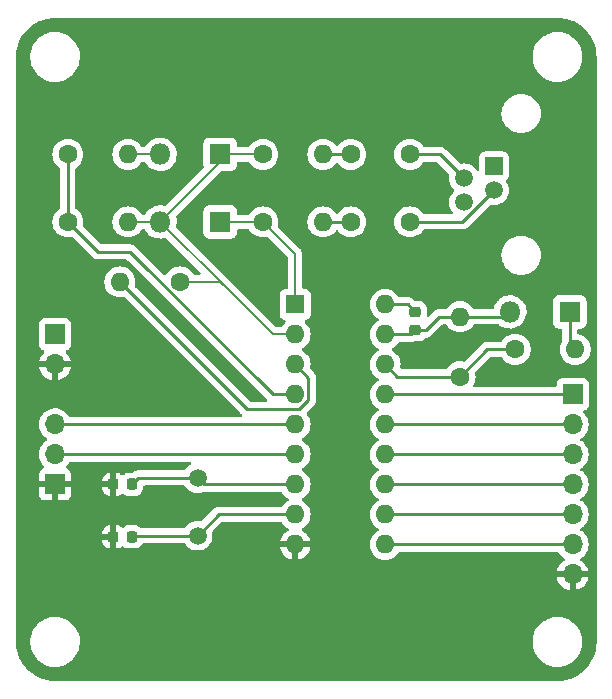
<source format=gtl>
%TF.GenerationSoftware,KiCad,Pcbnew,(6.0.0)*%
%TF.CreationDate,2022-03-13T18:40:28-04:00*%
%TF.ProjectId,board for mt8870,626f6172-6420-4666-9f72-206d74383837,rev?*%
%TF.SameCoordinates,Original*%
%TF.FileFunction,Copper,L1,Top*%
%TF.FilePolarity,Positive*%
%FSLAX46Y46*%
G04 Gerber Fmt 4.6, Leading zero omitted, Abs format (unit mm)*
G04 Created by KiCad (PCBNEW (6.0.0)) date 2022-03-13 18:40:28*
%MOMM*%
%LPD*%
G01*
G04 APERTURE LIST*
G04 Aperture macros list*
%AMRoundRect*
0 Rectangle with rounded corners*
0 $1 Rounding radius*
0 $2 $3 $4 $5 $6 $7 $8 $9 X,Y pos of 4 corners*
0 Add a 4 corners polygon primitive as box body*
4,1,4,$2,$3,$4,$5,$6,$7,$8,$9,$2,$3,0*
0 Add four circle primitives for the rounded corners*
1,1,$1+$1,$2,$3*
1,1,$1+$1,$4,$5*
1,1,$1+$1,$6,$7*
1,1,$1+$1,$8,$9*
0 Add four rect primitives between the rounded corners*
20,1,$1+$1,$2,$3,$4,$5,0*
20,1,$1+$1,$4,$5,$6,$7,0*
20,1,$1+$1,$6,$7,$8,$9,0*
20,1,$1+$1,$8,$9,$2,$3,0*%
G04 Aperture macros list end*
%TA.AperFunction,ComponentPad*%
%ADD10C,1.500000*%
%TD*%
%TA.AperFunction,ComponentPad*%
%ADD11R,1.600000X1.600000*%
%TD*%
%TA.AperFunction,ComponentPad*%
%ADD12O,1.600000X1.600000*%
%TD*%
%TA.AperFunction,ComponentPad*%
%ADD13R,1.700000X1.700000*%
%TD*%
%TA.AperFunction,ComponentPad*%
%ADD14O,1.700000X1.700000*%
%TD*%
%TA.AperFunction,ComponentPad*%
%ADD15C,1.600000*%
%TD*%
%TA.AperFunction,ComponentPad*%
%ADD16R,1.500000X1.500000*%
%TD*%
%TA.AperFunction,ComponentPad*%
%ADD17R,1.800000X1.800000*%
%TD*%
%TA.AperFunction,ComponentPad*%
%ADD18O,1.800000X1.800000*%
%TD*%
%TA.AperFunction,SMDPad,CuDef*%
%ADD19RoundRect,0.225000X0.225000X0.250000X-0.225000X0.250000X-0.225000X-0.250000X0.225000X-0.250000X0*%
%TD*%
%TA.AperFunction,SMDPad,CuDef*%
%ADD20RoundRect,0.225000X-0.250000X0.225000X-0.250000X-0.225000X0.250000X-0.225000X0.250000X0.225000X0*%
%TD*%
%TA.AperFunction,Conductor*%
%ADD21C,0.250000*%
%TD*%
%TA.AperFunction,Conductor*%
%ADD22C,0.200000*%
%TD*%
G04 APERTURE END LIST*
D10*
%TO.P,X1,1,1*%
%TO.N,Net-(IC1-Pad7)*%
X97155000Y-71845000D03*
%TO.P,X1,2,2*%
%TO.N,Net-(IC1-Pad8)*%
X97155000Y-76725000D03*
%TD*%
D11*
%TO.P,IC1,1,IN+*%
%TO.N,/IN+*%
X105420000Y-57160000D03*
D12*
%TO.P,IC1,2,IN-*%
%TO.N,/IN-*%
X105420000Y-59700000D03*
%TO.P,IC1,3,GS*%
%TO.N,/GS*%
X105420000Y-62240000D03*
%TO.P,IC1,4,VREF*%
%TO.N,/Vref*%
X105420000Y-64780000D03*
%TO.P,IC1,5,INH*%
%TO.N,Net-(IC1-Pad5)*%
X105420000Y-67320000D03*
%TO.P,IC1,6,PWDN*%
%TO.N,Net-(IC1-Pad6)*%
X105420000Y-69860000D03*
%TO.P,IC1,7,OSC1*%
%TO.N,Net-(IC1-Pad7)*%
X105420000Y-72400000D03*
%TO.P,IC1,8,OSC2*%
%TO.N,Net-(IC1-Pad8)*%
X105420000Y-74940000D03*
%TO.P,IC1,9,VSS*%
%TO.N,GND*%
X105420000Y-77480000D03*
%TO.P,IC1,10,TOE*%
%TO.N,Net-(IC1-Pad10)*%
X113040000Y-77480000D03*
%TO.P,IC1,11,Q1*%
%TO.N,Net-(IC1-Pad11)*%
X113040000Y-74940000D03*
%TO.P,IC1,12,Q2*%
%TO.N,Net-(IC1-Pad12)*%
X113040000Y-72400000D03*
%TO.P,IC1,13,Q3*%
%TO.N,Net-(IC1-Pad13)*%
X113040000Y-69860000D03*
%TO.P,IC1,14,Q4*%
%TO.N,Net-(IC1-Pad14)*%
X113040000Y-67320000D03*
%TO.P,IC1,15,STD*%
%TO.N,Net-(IC1-Pad15)*%
X113040000Y-64780000D03*
%TO.P,IC1,16,EST*%
%TO.N,/ESt*%
X113040000Y-62240000D03*
%TO.P,IC1,17,ST/GT*%
%TO.N,/St{slash}GT*%
X113040000Y-59700000D03*
%TO.P,IC1,18,VDD*%
%TO.N,+5V*%
X113040000Y-57160000D03*
%TD*%
D13*
%TO.P,J3,1,Pin_1*%
%TO.N,Net-(IC1-Pad15)*%
X128905000Y-64765000D03*
D14*
%TO.P,J3,2,Pin_2*%
%TO.N,Net-(IC1-Pad14)*%
X128905000Y-67305000D03*
%TO.P,J3,3,Pin_3*%
%TO.N,Net-(IC1-Pad13)*%
X128905000Y-69845000D03*
%TO.P,J3,4,Pin_4*%
%TO.N,Net-(IC1-Pad12)*%
X128905000Y-72385000D03*
%TO.P,J3,5,Pin_5*%
%TO.N,Net-(IC1-Pad11)*%
X128905000Y-74925000D03*
%TO.P,J3,6,Pin_6*%
%TO.N,Net-(IC1-Pad10)*%
X128905000Y-77465000D03*
%TO.P,J3,7,Pin_7*%
%TO.N,GND*%
X128905000Y-80005000D03*
%TD*%
D15*
%TO.P,R5,1*%
%TO.N,/IN-*%
X95660000Y-55245000D03*
D12*
%TO.P,R5,2*%
%TO.N,/GS*%
X90580000Y-55245000D03*
%TD*%
D15*
%TO.P,R3,1*%
%TO.N,/Vref*%
X86175000Y-44450000D03*
D12*
%TO.P,R3,2*%
%TO.N,/IN+*%
X91255000Y-44450000D03*
%TD*%
D15*
%TO.P,C2,1*%
%TO.N,Net-(R4-Pad2)*%
X110120000Y-44450000D03*
%TO.P,C2,2*%
%TO.N,Net-(C2-Pad2)*%
X115120000Y-44450000D03*
%TD*%
%TO.P,R4,1*%
%TO.N,/IN-*%
X102685000Y-44450000D03*
D12*
%TO.P,R4,2*%
%TO.N,Net-(R4-Pad2)*%
X107765000Y-44450000D03*
%TD*%
D16*
%TO.P,J2,1*%
%TO.N,unconnected-(J2-Pad1)*%
X122250000Y-45460000D03*
D10*
%TO.P,J2,2*%
%TO.N,Net-(C2-Pad2)*%
X119710000Y-46480000D03*
%TO.P,J2,3*%
%TO.N,Net-(C1-Pad2)*%
X122250000Y-47500000D03*
%TO.P,J2,4*%
%TO.N,unconnected-(J2-Pad4)*%
X119710000Y-48520000D03*
%TD*%
D15*
%TO.P,R1,1*%
%TO.N,/IN+*%
X102685000Y-50165000D03*
D12*
%TO.P,R1,2*%
%TO.N,Net-(R1-Pad2)*%
X107765000Y-50165000D03*
%TD*%
D17*
%TO.P,D3,1,K*%
%TO.N,Net-(D3-Pad1)*%
X128680000Y-57785000D03*
D18*
%TO.P,D3,2,A*%
%TO.N,/St{slash}GT*%
X123600000Y-57785000D03*
%TD*%
D17*
%TO.P,D1,1,K*%
%TO.N,/IN+*%
X99060000Y-50165000D03*
D18*
%TO.P,D1,2,A*%
%TO.N,/IN-*%
X93980000Y-50165000D03*
%TD*%
D19*
%TO.P,C4,1*%
%TO.N,Net-(IC1-Pad8)*%
X91580000Y-76835000D03*
%TO.P,C4,2*%
%TO.N,GND*%
X90030000Y-76835000D03*
%TD*%
D13*
%TO.P,J4,1,Pin_1*%
%TO.N,+5V*%
X85090000Y-59690000D03*
D14*
%TO.P,J4,2,Pin_2*%
%TO.N,GND*%
X85090000Y-62230000D03*
%TD*%
D13*
%TO.P,J1,1,Pin_1*%
%TO.N,GND*%
X85090000Y-72390000D03*
D14*
%TO.P,J1,2,Pin_2*%
%TO.N,Net-(IC1-Pad6)*%
X85090000Y-69850000D03*
%TO.P,J1,3,Pin_3*%
%TO.N,Net-(IC1-Pad5)*%
X85090000Y-67310000D03*
%TD*%
D15*
%TO.P,R6,1*%
%TO.N,/ESt*%
X124050000Y-60960000D03*
D12*
%TO.P,R6,2*%
%TO.N,Net-(D3-Pad1)*%
X129130000Y-60960000D03*
%TD*%
D19*
%TO.P,C3,1*%
%TO.N,Net-(IC1-Pad7)*%
X91580000Y-72390000D03*
%TO.P,C3,2*%
%TO.N,GND*%
X90030000Y-72390000D03*
%TD*%
D17*
%TO.P,D2,1,K*%
%TO.N,/IN-*%
X99060000Y-44450000D03*
D18*
%TO.P,D2,2,A*%
%TO.N,/IN+*%
X93980000Y-44450000D03*
%TD*%
D15*
%TO.P,R7,1*%
%TO.N,/ESt*%
X119380000Y-63275000D03*
D12*
%TO.P,R7,2*%
%TO.N,/St{slash}GT*%
X119380000Y-58195000D03*
%TD*%
D15*
%TO.P,R2,1*%
%TO.N,/Vref*%
X86175000Y-50165000D03*
D12*
%TO.P,R2,2*%
%TO.N,/IN-*%
X91255000Y-50165000D03*
%TD*%
D20*
%TO.P,C5,1*%
%TO.N,+5V*%
X115570000Y-57785000D03*
%TO.P,C5,2*%
%TO.N,/St{slash}GT*%
X115570000Y-59335000D03*
%TD*%
D15*
%TO.P,C1,1*%
%TO.N,Net-(R1-Pad2)*%
X110120000Y-50165000D03*
%TO.P,C1,2*%
%TO.N,Net-(C1-Pad2)*%
X115120000Y-50165000D03*
%TD*%
D21*
%TO.N,Net-(R1-Pad2)*%
X107765000Y-50165000D02*
X110120000Y-50165000D01*
%TO.N,Net-(C1-Pad2)*%
X119585000Y-50165000D02*
X115120000Y-50165000D01*
X122250000Y-47500000D02*
X119585000Y-50165000D01*
%TO.N,Net-(R4-Pad2)*%
X107765000Y-44450000D02*
X110120000Y-44450000D01*
%TO.N,Net-(C2-Pad2)*%
X117680000Y-44450000D02*
X115120000Y-44450000D01*
X119710000Y-46480000D02*
X117680000Y-44450000D01*
%TO.N,Net-(IC1-Pad7)*%
X105420000Y-72400000D02*
X97710000Y-72400000D01*
X97710000Y-72400000D02*
X97155000Y-71845000D01*
X91580000Y-72390000D02*
X92125000Y-71845000D01*
X92125000Y-71845000D02*
X97155000Y-71845000D01*
%TO.N,Net-(IC1-Pad8)*%
X98940000Y-74940000D02*
X97155000Y-76725000D01*
X91580000Y-76835000D02*
X91690000Y-76725000D01*
X91690000Y-76725000D02*
X97155000Y-76725000D01*
X105420000Y-74940000D02*
X98940000Y-74940000D01*
%TO.N,+5V*%
X114945000Y-57160000D02*
X115570000Y-57785000D01*
X113040000Y-57160000D02*
X114945000Y-57160000D01*
%TO.N,/St{slash}GT*%
X115205000Y-59700000D02*
X115570000Y-59335000D01*
X117625000Y-58195000D02*
X119380000Y-58195000D01*
X123190000Y-58195000D02*
X123600000Y-57785000D01*
X115570000Y-59335000D02*
X116485000Y-59335000D01*
X116485000Y-59335000D02*
X117625000Y-58195000D01*
X113040000Y-59700000D02*
X115205000Y-59700000D01*
X119380000Y-58195000D02*
X123190000Y-58195000D01*
D22*
%TO.N,/IN+*%
X102685000Y-50165000D02*
X99060000Y-50165000D01*
X105420000Y-57160000D02*
X105420000Y-52900000D01*
X105420000Y-52900000D02*
X102685000Y-50165000D01*
X93980000Y-44450000D02*
X91255000Y-44450000D01*
%TO.N,/IN-*%
X105420000Y-59700000D02*
X103515000Y-59700000D01*
X93980000Y-50165000D02*
X91255000Y-50165000D01*
X99060000Y-45085000D02*
X93980000Y-50165000D01*
X99060000Y-55245000D02*
X99695000Y-55880000D01*
X95660000Y-55245000D02*
X99060000Y-55245000D01*
X102685000Y-44450000D02*
X99060000Y-44450000D01*
X99695000Y-55880000D02*
X93980000Y-50165000D01*
X99060000Y-44450000D02*
X99060000Y-45085000D01*
X103515000Y-59700000D02*
X99695000Y-55880000D01*
D21*
%TO.N,Net-(D3-Pad1)*%
X128680000Y-60510000D02*
X129130000Y-60960000D01*
X128680000Y-57785000D02*
X128680000Y-60510000D01*
%TO.N,Net-(IC1-Pad10)*%
X128890000Y-77480000D02*
X128905000Y-77465000D01*
X113040000Y-77480000D02*
X128890000Y-77480000D01*
%TO.N,Net-(IC1-Pad11)*%
X128890000Y-74940000D02*
X128905000Y-74925000D01*
X113040000Y-74940000D02*
X128890000Y-74940000D01*
%TO.N,/GS*%
X105750300Y-66040000D02*
X101375000Y-66040000D01*
X106544511Y-63364511D02*
X106544511Y-65245789D01*
X106544511Y-65245789D02*
X105750300Y-66040000D01*
X105420000Y-62240000D02*
X106544511Y-63364511D01*
X101375000Y-66040000D02*
X90580000Y-55245000D01*
%TO.N,Net-(IC1-Pad12)*%
X113040000Y-72400000D02*
X128890000Y-72400000D01*
X128890000Y-72400000D02*
X128905000Y-72385000D01*
%TO.N,/Vref*%
X103515000Y-64780000D02*
X105420000Y-64780000D01*
X88715000Y-52705000D02*
X91440000Y-52705000D01*
X91440000Y-52705000D02*
X103515000Y-64780000D01*
X86175000Y-44450000D02*
X86175000Y-50165000D01*
X86175000Y-50165000D02*
X88715000Y-52705000D01*
%TO.N,Net-(IC1-Pad13)*%
X113040000Y-69860000D02*
X128890000Y-69860000D01*
X128890000Y-69860000D02*
X128905000Y-69845000D01*
%TO.N,Net-(IC1-Pad5)*%
X105420000Y-67320000D02*
X85100000Y-67320000D01*
X85100000Y-67320000D02*
X85090000Y-67310000D01*
%TO.N,Net-(IC1-Pad14)*%
X113040000Y-67320000D02*
X128890000Y-67320000D01*
X128890000Y-67320000D02*
X128905000Y-67305000D01*
%TO.N,Net-(IC1-Pad6)*%
X105420000Y-69860000D02*
X85100000Y-69860000D01*
X85100000Y-69860000D02*
X85090000Y-69850000D01*
%TO.N,Net-(IC1-Pad15)*%
X113040000Y-64780000D02*
X128890000Y-64780000D01*
X128890000Y-64780000D02*
X128905000Y-64765000D01*
%TO.N,/ESt*%
X119380000Y-63275000D02*
X114075000Y-63275000D01*
X124050000Y-60960000D02*
X121695000Y-60960000D01*
X121695000Y-60960000D02*
X119380000Y-63275000D01*
X114075000Y-63275000D02*
X113040000Y-62240000D01*
%TD*%
%TA.AperFunction,Conductor*%
%TO.N,GND*%
G36*
X127605057Y-32894500D02*
G01*
X127619858Y-32896805D01*
X127619861Y-32896805D01*
X127628730Y-32898186D01*
X127647411Y-32895743D01*
X127670342Y-32894852D01*
X127973557Y-32910743D01*
X127986665Y-32912120D01*
X128226285Y-32950072D01*
X128315002Y-32964123D01*
X128327902Y-32966865D01*
X128649000Y-33052903D01*
X128661536Y-33056977D01*
X128934358Y-33161703D01*
X128971876Y-33176105D01*
X128983924Y-33181469D01*
X129280120Y-33332388D01*
X129291536Y-33338979D01*
X129570334Y-33520033D01*
X129580996Y-33527779D01*
X129839344Y-33736984D01*
X129849145Y-33745810D01*
X130084190Y-33980855D01*
X130093015Y-33990655D01*
X130235787Y-34166964D01*
X130302221Y-34249004D01*
X130309967Y-34259666D01*
X130491018Y-34538459D01*
X130497612Y-34549880D01*
X130648531Y-34846076D01*
X130653895Y-34858124D01*
X130773021Y-35168456D01*
X130777097Y-35181000D01*
X130863135Y-35502098D01*
X130865877Y-35514998D01*
X130906760Y-35773124D01*
X130917879Y-35843329D01*
X130919257Y-35856443D01*
X130929823Y-36058049D01*
X130934764Y-36152330D01*
X130933436Y-36178312D01*
X130933195Y-36179856D01*
X130933195Y-36179860D01*
X130931814Y-36188730D01*
X130932978Y-36197632D01*
X130932978Y-36197635D01*
X130935936Y-36220251D01*
X130937000Y-36236589D01*
X130937000Y-85675672D01*
X130935500Y-85695056D01*
X130931814Y-85718730D01*
X130934257Y-85737410D01*
X130935148Y-85760343D01*
X130919257Y-86063554D01*
X130917880Y-86076665D01*
X130904656Y-86160159D01*
X130865877Y-86405002D01*
X130863135Y-86417902D01*
X130777097Y-86739000D01*
X130773021Y-86751544D01*
X130653895Y-87061876D01*
X130648531Y-87073924D01*
X130497612Y-87370120D01*
X130491021Y-87381536D01*
X130309967Y-87660334D01*
X130302224Y-87670992D01*
X130093016Y-87929344D01*
X130084190Y-87939145D01*
X129849145Y-88174190D01*
X129839344Y-88183016D01*
X129580996Y-88392221D01*
X129570334Y-88399967D01*
X129291536Y-88581021D01*
X129280120Y-88587612D01*
X128983924Y-88738531D01*
X128971875Y-88743895D01*
X128661536Y-88863023D01*
X128649000Y-88867097D01*
X128327902Y-88953135D01*
X128315002Y-88955877D01*
X128226285Y-88969928D01*
X127986665Y-89007880D01*
X127973557Y-89009257D01*
X127677666Y-89024764D01*
X127651688Y-89023436D01*
X127650144Y-89023195D01*
X127650140Y-89023195D01*
X127641270Y-89021814D01*
X127632368Y-89022978D01*
X127632365Y-89022978D01*
X127609749Y-89025936D01*
X127593411Y-89027000D01*
X85139328Y-89027000D01*
X85119943Y-89025500D01*
X85105142Y-89023195D01*
X85105139Y-89023195D01*
X85096270Y-89021814D01*
X85077589Y-89024257D01*
X85054658Y-89025148D01*
X84751443Y-89009257D01*
X84738335Y-89007880D01*
X84498715Y-88969928D01*
X84409998Y-88955877D01*
X84397098Y-88953135D01*
X84076000Y-88867097D01*
X84063464Y-88863023D01*
X83753125Y-88743895D01*
X83741076Y-88738531D01*
X83444880Y-88587612D01*
X83433464Y-88581021D01*
X83154666Y-88399967D01*
X83144004Y-88392221D01*
X82885656Y-88183016D01*
X82875855Y-88174190D01*
X82640810Y-87939145D01*
X82631984Y-87929344D01*
X82422776Y-87670992D01*
X82415033Y-87660334D01*
X82233979Y-87381536D01*
X82227388Y-87370120D01*
X82076469Y-87073924D01*
X82071105Y-87061876D01*
X81951979Y-86751544D01*
X81947903Y-86739000D01*
X81861865Y-86417902D01*
X81859123Y-86405002D01*
X81820344Y-86160159D01*
X81807120Y-86076665D01*
X81805743Y-86063554D01*
X81795887Y-85875488D01*
X81794955Y-85857703D01*
X82980743Y-85857703D01*
X83018268Y-86142734D01*
X83094129Y-86420036D01*
X83095813Y-86423984D01*
X83136460Y-86519278D01*
X83206923Y-86684476D01*
X83354561Y-86931161D01*
X83534313Y-87155528D01*
X83742851Y-87353423D01*
X83976317Y-87521186D01*
X83980112Y-87523195D01*
X83980113Y-87523196D01*
X84001869Y-87534715D01*
X84230392Y-87655712D01*
X84500373Y-87754511D01*
X84781264Y-87815755D01*
X84809841Y-87818004D01*
X85004282Y-87833307D01*
X85004291Y-87833307D01*
X85006739Y-87833500D01*
X85162271Y-87833500D01*
X85164407Y-87833354D01*
X85164418Y-87833354D01*
X85372548Y-87819165D01*
X85372554Y-87819164D01*
X85376825Y-87818873D01*
X85381020Y-87818004D01*
X85381022Y-87818004D01*
X85517584Y-87789723D01*
X85658342Y-87760574D01*
X85929343Y-87664607D01*
X86184812Y-87532750D01*
X86188313Y-87530289D01*
X86188317Y-87530287D01*
X86302417Y-87450096D01*
X86420023Y-87367441D01*
X86630622Y-87171740D01*
X86812713Y-86949268D01*
X86962927Y-86704142D01*
X87078483Y-86440898D01*
X87157244Y-86164406D01*
X87197751Y-85879784D01*
X87197845Y-85861951D01*
X87197867Y-85857703D01*
X125525743Y-85857703D01*
X125563268Y-86142734D01*
X125639129Y-86420036D01*
X125640813Y-86423984D01*
X125681460Y-86519278D01*
X125751923Y-86684476D01*
X125899561Y-86931161D01*
X126079313Y-87155528D01*
X126287851Y-87353423D01*
X126521317Y-87521186D01*
X126525112Y-87523195D01*
X126525113Y-87523196D01*
X126546869Y-87534715D01*
X126775392Y-87655712D01*
X127045373Y-87754511D01*
X127326264Y-87815755D01*
X127354841Y-87818004D01*
X127549282Y-87833307D01*
X127549291Y-87833307D01*
X127551739Y-87833500D01*
X127707271Y-87833500D01*
X127709407Y-87833354D01*
X127709418Y-87833354D01*
X127917548Y-87819165D01*
X127917554Y-87819164D01*
X127921825Y-87818873D01*
X127926020Y-87818004D01*
X127926022Y-87818004D01*
X128062584Y-87789723D01*
X128203342Y-87760574D01*
X128474343Y-87664607D01*
X128729812Y-87532750D01*
X128733313Y-87530289D01*
X128733317Y-87530287D01*
X128847417Y-87450096D01*
X128965023Y-87367441D01*
X129175622Y-87171740D01*
X129357713Y-86949268D01*
X129507927Y-86704142D01*
X129623483Y-86440898D01*
X129702244Y-86164406D01*
X129742751Y-85879784D01*
X129742845Y-85861951D01*
X129744235Y-85596583D01*
X129744235Y-85596576D01*
X129744257Y-85592297D01*
X129706732Y-85307266D01*
X129630871Y-85029964D01*
X129518077Y-84765524D01*
X129370439Y-84518839D01*
X129190687Y-84294472D01*
X128982149Y-84096577D01*
X128748683Y-83928814D01*
X128726843Y-83917250D01*
X128703654Y-83904972D01*
X128494608Y-83794288D01*
X128224627Y-83695489D01*
X127943736Y-83634245D01*
X127912685Y-83631801D01*
X127720718Y-83616693D01*
X127720709Y-83616693D01*
X127718261Y-83616500D01*
X127562729Y-83616500D01*
X127560593Y-83616646D01*
X127560582Y-83616646D01*
X127352452Y-83630835D01*
X127352446Y-83630836D01*
X127348175Y-83631127D01*
X127343980Y-83631996D01*
X127343978Y-83631996D01*
X127207416Y-83660277D01*
X127066658Y-83689426D01*
X126795657Y-83785393D01*
X126540188Y-83917250D01*
X126536687Y-83919711D01*
X126536683Y-83919713D01*
X126526594Y-83926804D01*
X126304977Y-84082559D01*
X126094378Y-84278260D01*
X125912287Y-84500732D01*
X125762073Y-84745858D01*
X125646517Y-85009102D01*
X125567756Y-85285594D01*
X125527249Y-85570216D01*
X125527227Y-85574505D01*
X125527226Y-85574512D01*
X125525765Y-85853417D01*
X125525743Y-85857703D01*
X87197867Y-85857703D01*
X87199235Y-85596583D01*
X87199235Y-85596576D01*
X87199257Y-85592297D01*
X87161732Y-85307266D01*
X87085871Y-85029964D01*
X86973077Y-84765524D01*
X86825439Y-84518839D01*
X86645687Y-84294472D01*
X86437149Y-84096577D01*
X86203683Y-83928814D01*
X86181843Y-83917250D01*
X86158654Y-83904972D01*
X85949608Y-83794288D01*
X85679627Y-83695489D01*
X85398736Y-83634245D01*
X85367685Y-83631801D01*
X85175718Y-83616693D01*
X85175709Y-83616693D01*
X85173261Y-83616500D01*
X85017729Y-83616500D01*
X85015593Y-83616646D01*
X85015582Y-83616646D01*
X84807452Y-83630835D01*
X84807446Y-83630836D01*
X84803175Y-83631127D01*
X84798980Y-83631996D01*
X84798978Y-83631996D01*
X84662416Y-83660277D01*
X84521658Y-83689426D01*
X84250657Y-83785393D01*
X83995188Y-83917250D01*
X83991687Y-83919711D01*
X83991683Y-83919713D01*
X83981594Y-83926804D01*
X83759977Y-84082559D01*
X83549378Y-84278260D01*
X83367287Y-84500732D01*
X83217073Y-84745858D01*
X83101517Y-85009102D01*
X83022756Y-85285594D01*
X82982249Y-85570216D01*
X82982227Y-85574505D01*
X82982226Y-85574512D01*
X82980765Y-85853417D01*
X82980743Y-85857703D01*
X81794955Y-85857703D01*
X81790236Y-85767666D01*
X81791564Y-85741688D01*
X81791805Y-85740144D01*
X81791805Y-85740140D01*
X81793186Y-85731270D01*
X81791547Y-85718730D01*
X81789064Y-85699749D01*
X81788000Y-85683411D01*
X81788000Y-80272966D01*
X127573257Y-80272966D01*
X127603565Y-80407446D01*
X127606645Y-80417275D01*
X127686770Y-80614603D01*
X127691413Y-80623794D01*
X127802694Y-80805388D01*
X127808777Y-80813699D01*
X127948213Y-80974667D01*
X127955580Y-80981883D01*
X128119434Y-81117916D01*
X128127881Y-81123831D01*
X128311756Y-81231279D01*
X128321042Y-81235729D01*
X128520001Y-81311703D01*
X128529899Y-81314579D01*
X128633250Y-81335606D01*
X128647299Y-81334410D01*
X128651000Y-81324065D01*
X128651000Y-81323517D01*
X129159000Y-81323517D01*
X129163064Y-81337359D01*
X129176478Y-81339393D01*
X129183184Y-81338534D01*
X129193262Y-81336392D01*
X129397255Y-81275191D01*
X129406842Y-81271433D01*
X129598095Y-81177739D01*
X129606945Y-81172464D01*
X129780328Y-81048792D01*
X129788200Y-81042139D01*
X129939052Y-80891812D01*
X129945730Y-80883965D01*
X130070003Y-80711020D01*
X130075313Y-80702183D01*
X130169670Y-80511267D01*
X130173469Y-80501672D01*
X130235377Y-80297910D01*
X130237555Y-80287837D01*
X130238986Y-80276962D01*
X130236775Y-80262778D01*
X130223617Y-80259000D01*
X129177115Y-80259000D01*
X129161876Y-80263475D01*
X129160671Y-80264865D01*
X129159000Y-80272548D01*
X129159000Y-81323517D01*
X128651000Y-81323517D01*
X128651000Y-80277115D01*
X128646525Y-80261876D01*
X128645135Y-80260671D01*
X128637452Y-80259000D01*
X127588225Y-80259000D01*
X127574694Y-80262973D01*
X127573257Y-80272966D01*
X81788000Y-80272966D01*
X81788000Y-77130438D01*
X89072000Y-77130438D01*
X89072337Y-77136953D01*
X89081894Y-77229057D01*
X89084788Y-77242456D01*
X89134381Y-77391107D01*
X89140555Y-77404286D01*
X89222788Y-77537173D01*
X89231824Y-77548574D01*
X89342429Y-77658986D01*
X89353840Y-77667998D01*
X89486880Y-77750004D01*
X89500061Y-77756151D01*
X89648814Y-77805491D01*
X89662190Y-77808358D01*
X89753097Y-77817672D01*
X89758126Y-77817929D01*
X89773124Y-77813525D01*
X89774329Y-77812135D01*
X89776000Y-77804452D01*
X89776000Y-77107115D01*
X89771525Y-77091876D01*
X89770135Y-77090671D01*
X89762452Y-77089000D01*
X89090115Y-77089000D01*
X89074876Y-77093475D01*
X89073671Y-77094865D01*
X89072000Y-77102548D01*
X89072000Y-77130438D01*
X81788000Y-77130438D01*
X81788000Y-76562885D01*
X89072000Y-76562885D01*
X89076475Y-76578124D01*
X89077865Y-76579329D01*
X89085548Y-76581000D01*
X89757885Y-76581000D01*
X89773124Y-76576525D01*
X89774329Y-76575135D01*
X89776000Y-76567452D01*
X89776000Y-75870115D01*
X89771525Y-75854876D01*
X89770135Y-75853671D01*
X89762452Y-75852000D01*
X89759562Y-75852000D01*
X89753047Y-75852337D01*
X89660943Y-75861894D01*
X89647544Y-75864788D01*
X89498893Y-75914381D01*
X89485714Y-75920555D01*
X89352827Y-76002788D01*
X89341426Y-76011824D01*
X89231014Y-76122429D01*
X89222002Y-76133840D01*
X89139996Y-76266880D01*
X89133849Y-76280061D01*
X89084509Y-76428814D01*
X89081642Y-76442190D01*
X89072328Y-76533097D01*
X89072000Y-76539514D01*
X89072000Y-76562885D01*
X81788000Y-76562885D01*
X81788000Y-73284669D01*
X83732001Y-73284669D01*
X83732371Y-73291490D01*
X83737895Y-73342352D01*
X83741521Y-73357604D01*
X83786676Y-73478054D01*
X83795214Y-73493649D01*
X83871715Y-73595724D01*
X83884276Y-73608285D01*
X83986351Y-73684786D01*
X84001946Y-73693324D01*
X84122394Y-73738478D01*
X84137649Y-73742105D01*
X84188514Y-73747631D01*
X84195328Y-73748000D01*
X84817885Y-73748000D01*
X84833124Y-73743525D01*
X84834329Y-73742135D01*
X84836000Y-73734452D01*
X84836000Y-73729884D01*
X85344000Y-73729884D01*
X85348475Y-73745123D01*
X85349865Y-73746328D01*
X85357548Y-73747999D01*
X85984669Y-73747999D01*
X85991490Y-73747629D01*
X86042352Y-73742105D01*
X86057604Y-73738479D01*
X86178054Y-73693324D01*
X86193649Y-73684786D01*
X86295724Y-73608285D01*
X86308285Y-73595724D01*
X86384786Y-73493649D01*
X86393324Y-73478054D01*
X86438478Y-73357606D01*
X86442105Y-73342351D01*
X86447631Y-73291486D01*
X86448000Y-73284672D01*
X86448000Y-72685438D01*
X89072000Y-72685438D01*
X89072337Y-72691953D01*
X89081894Y-72784057D01*
X89084788Y-72797456D01*
X89134381Y-72946107D01*
X89140555Y-72959286D01*
X89222788Y-73092173D01*
X89231824Y-73103574D01*
X89342429Y-73213986D01*
X89353840Y-73222998D01*
X89486880Y-73305004D01*
X89500061Y-73311151D01*
X89648814Y-73360491D01*
X89662190Y-73363358D01*
X89753097Y-73372672D01*
X89758126Y-73372929D01*
X89773124Y-73368525D01*
X89774329Y-73367135D01*
X89776000Y-73359452D01*
X89776000Y-72662115D01*
X89771525Y-72646876D01*
X89770135Y-72645671D01*
X89762452Y-72644000D01*
X89090115Y-72644000D01*
X89074876Y-72648475D01*
X89073671Y-72649865D01*
X89072000Y-72657548D01*
X89072000Y-72685438D01*
X86448000Y-72685438D01*
X86448000Y-72662115D01*
X86443525Y-72646876D01*
X86442135Y-72645671D01*
X86434452Y-72644000D01*
X85362115Y-72644000D01*
X85346876Y-72648475D01*
X85345671Y-72649865D01*
X85344000Y-72657548D01*
X85344000Y-73729884D01*
X84836000Y-73729884D01*
X84836000Y-72662115D01*
X84831525Y-72646876D01*
X84830135Y-72645671D01*
X84822452Y-72644000D01*
X83750116Y-72644000D01*
X83734877Y-72648475D01*
X83733672Y-72649865D01*
X83732001Y-72657548D01*
X83732001Y-73284669D01*
X81788000Y-73284669D01*
X81788000Y-69816695D01*
X83727251Y-69816695D01*
X83727548Y-69821848D01*
X83727548Y-69821851D01*
X83732914Y-69914908D01*
X83740110Y-70039715D01*
X83741247Y-70044761D01*
X83741248Y-70044767D01*
X83762265Y-70138023D01*
X83789222Y-70257639D01*
X83873266Y-70464616D01*
X83875965Y-70469020D01*
X83984227Y-70645688D01*
X83989987Y-70655088D01*
X84136250Y-70823938D01*
X84140225Y-70827238D01*
X84140231Y-70827244D01*
X84145425Y-70831556D01*
X84185059Y-70890460D01*
X84186555Y-70961441D01*
X84149439Y-71021962D01*
X84109168Y-71046480D01*
X84001946Y-71086676D01*
X83986351Y-71095214D01*
X83884276Y-71171715D01*
X83871715Y-71184276D01*
X83795214Y-71286351D01*
X83786676Y-71301946D01*
X83741522Y-71422394D01*
X83737895Y-71437649D01*
X83732369Y-71488514D01*
X83732000Y-71495328D01*
X83732000Y-72117885D01*
X83736475Y-72133124D01*
X83737865Y-72134329D01*
X83745548Y-72136000D01*
X86429884Y-72136000D01*
X86445123Y-72131525D01*
X86446328Y-72130135D01*
X86447999Y-72122452D01*
X86447999Y-72117885D01*
X89072000Y-72117885D01*
X89076475Y-72133124D01*
X89077865Y-72134329D01*
X89085548Y-72136000D01*
X89757885Y-72136000D01*
X89773124Y-72131525D01*
X89774329Y-72130135D01*
X89776000Y-72122452D01*
X89776000Y-71425115D01*
X89771525Y-71409876D01*
X89770135Y-71408671D01*
X89762452Y-71407000D01*
X89759562Y-71407000D01*
X89753047Y-71407337D01*
X89660943Y-71416894D01*
X89647544Y-71419788D01*
X89498893Y-71469381D01*
X89485714Y-71475555D01*
X89352827Y-71557788D01*
X89341426Y-71566824D01*
X89231014Y-71677429D01*
X89222002Y-71688840D01*
X89139996Y-71821880D01*
X89133849Y-71835061D01*
X89084509Y-71983814D01*
X89081642Y-71997190D01*
X89072328Y-72088097D01*
X89072000Y-72094514D01*
X89072000Y-72117885D01*
X86447999Y-72117885D01*
X86447999Y-71495331D01*
X86447629Y-71488510D01*
X86442105Y-71437648D01*
X86438479Y-71422396D01*
X86393324Y-71301946D01*
X86384786Y-71286351D01*
X86308285Y-71184276D01*
X86295724Y-71171715D01*
X86193649Y-71095214D01*
X86178054Y-71086676D01*
X86067813Y-71045348D01*
X86011049Y-71002706D01*
X85986349Y-70936145D01*
X86001557Y-70866796D01*
X86023104Y-70838115D01*
X86124430Y-70737144D01*
X86124440Y-70737132D01*
X86128096Y-70733489D01*
X86149070Y-70704300D01*
X86255441Y-70556269D01*
X86255442Y-70556267D01*
X86258453Y-70552077D01*
X86258865Y-70552373D01*
X86308669Y-70506517D01*
X86364443Y-70493500D01*
X96507088Y-70493500D01*
X96575209Y-70513502D01*
X96621702Y-70567158D01*
X96631806Y-70637432D01*
X96602312Y-70702012D01*
X96560337Y-70733695D01*
X96528338Y-70748616D01*
X96528332Y-70748619D01*
X96523347Y-70750944D01*
X96518840Y-70754100D01*
X96518838Y-70754101D01*
X96347473Y-70874092D01*
X96347470Y-70874094D01*
X96342962Y-70877251D01*
X96187251Y-71032962D01*
X96184094Y-71037470D01*
X96184092Y-71037473D01*
X96099859Y-71157771D01*
X96044402Y-71202099D01*
X95996646Y-71211500D01*
X92203763Y-71211500D01*
X92192579Y-71210973D01*
X92185091Y-71209299D01*
X92177168Y-71209548D01*
X92117033Y-71211438D01*
X92113075Y-71211500D01*
X92085144Y-71211500D01*
X92081229Y-71211995D01*
X92081225Y-71211995D01*
X92081167Y-71212003D01*
X92081138Y-71212006D01*
X92069296Y-71212939D01*
X92025110Y-71214327D01*
X92011317Y-71218334D01*
X92005658Y-71219978D01*
X91986306Y-71223986D01*
X91974068Y-71225532D01*
X91974066Y-71225533D01*
X91966203Y-71226526D01*
X91925086Y-71242806D01*
X91913885Y-71246641D01*
X91871406Y-71258982D01*
X91864587Y-71263015D01*
X91864582Y-71263017D01*
X91853971Y-71269293D01*
X91836221Y-71277990D01*
X91817383Y-71285448D01*
X91810967Y-71290109D01*
X91810966Y-71290110D01*
X91781625Y-71311428D01*
X91771701Y-71317947D01*
X91740460Y-71336422D01*
X91740455Y-71336426D01*
X91733637Y-71340458D01*
X91719313Y-71354782D01*
X91704281Y-71367621D01*
X91687893Y-71379528D01*
X91687892Y-71379529D01*
X91686524Y-71377646D01*
X91633632Y-71404402D01*
X91610735Y-71406500D01*
X91306268Y-71406500D01*
X91303022Y-71406837D01*
X91303018Y-71406837D01*
X91273730Y-71409876D01*
X91203981Y-71417113D01*
X91195963Y-71419788D01*
X91048676Y-71468927D01*
X91048674Y-71468928D01*
X91041732Y-71471244D01*
X91035508Y-71475096D01*
X91035507Y-71475096D01*
X91002808Y-71495331D01*
X90896287Y-71561248D01*
X90891114Y-71566430D01*
X90885377Y-71570977D01*
X90883945Y-71569170D01*
X90831425Y-71597902D01*
X90760605Y-71592892D01*
X90724147Y-71569501D01*
X90723317Y-71570552D01*
X90706160Y-71557002D01*
X90573120Y-71474996D01*
X90559939Y-71468849D01*
X90411186Y-71419509D01*
X90397810Y-71416642D01*
X90306903Y-71407328D01*
X90301874Y-71407071D01*
X90286876Y-71411475D01*
X90285671Y-71412865D01*
X90284000Y-71420548D01*
X90284000Y-73354885D01*
X90288475Y-73370124D01*
X90289865Y-73371329D01*
X90297548Y-73373000D01*
X90300438Y-73373000D01*
X90306953Y-73372663D01*
X90399057Y-73363106D01*
X90412456Y-73360212D01*
X90561107Y-73310619D01*
X90574286Y-73304445D01*
X90707173Y-73222212D01*
X90724311Y-73208629D01*
X90725841Y-73210559D01*
X90777880Y-73182097D01*
X90848699Y-73187113D01*
X90885617Y-73210799D01*
X90886372Y-73209843D01*
X90892118Y-73214381D01*
X90897298Y-73219552D01*
X90903528Y-73223392D01*
X90903529Y-73223393D01*
X91035020Y-73304445D01*
X91042899Y-73309302D01*
X91205243Y-73363149D01*
X91212080Y-73363849D01*
X91212082Y-73363850D01*
X91253401Y-73368083D01*
X91306268Y-73373500D01*
X91853732Y-73373500D01*
X91856978Y-73373163D01*
X91856982Y-73373163D01*
X91891083Y-73369625D01*
X91956019Y-73362887D01*
X91990737Y-73351304D01*
X92111324Y-73311073D01*
X92111326Y-73311072D01*
X92118268Y-73308756D01*
X92157188Y-73284672D01*
X92257485Y-73222606D01*
X92263713Y-73218752D01*
X92272607Y-73209843D01*
X92379381Y-73102882D01*
X92384552Y-73097702D01*
X92388393Y-73091471D01*
X92470462Y-72958331D01*
X92470463Y-72958329D01*
X92474302Y-72952101D01*
X92528149Y-72789757D01*
X92538500Y-72688732D01*
X92538500Y-72604500D01*
X92558502Y-72536379D01*
X92612158Y-72489886D01*
X92664500Y-72478500D01*
X95996646Y-72478500D01*
X96064767Y-72498502D01*
X96099858Y-72532228D01*
X96146706Y-72599134D01*
X96179292Y-72645671D01*
X96187251Y-72657038D01*
X96342962Y-72812749D01*
X96347471Y-72815906D01*
X96347473Y-72815908D01*
X96422241Y-72868261D01*
X96523346Y-72939056D01*
X96722924Y-73032120D01*
X96935629Y-73089115D01*
X97155000Y-73108307D01*
X97374371Y-73089115D01*
X97379677Y-73087693D01*
X97379684Y-73087692D01*
X97575984Y-73035093D01*
X97623545Y-73031850D01*
X97629970Y-73033500D01*
X97650224Y-73033500D01*
X97669934Y-73035051D01*
X97689943Y-73038220D01*
X97697835Y-73037474D01*
X97733961Y-73034059D01*
X97745819Y-73033500D01*
X104200606Y-73033500D01*
X104268727Y-73053502D01*
X104303819Y-73087229D01*
X104410643Y-73239789D01*
X104413802Y-73244300D01*
X104575700Y-73406198D01*
X104580208Y-73409355D01*
X104580211Y-73409357D01*
X104658389Y-73464098D01*
X104763251Y-73537523D01*
X104768233Y-73539846D01*
X104768238Y-73539849D01*
X104802457Y-73555805D01*
X104855742Y-73602722D01*
X104875203Y-73670999D01*
X104854661Y-73738959D01*
X104802457Y-73784195D01*
X104768238Y-73800151D01*
X104768233Y-73800154D01*
X104763251Y-73802477D01*
X104658389Y-73875902D01*
X104580211Y-73930643D01*
X104580208Y-73930645D01*
X104575700Y-73933802D01*
X104413802Y-74095700D01*
X104410645Y-74100208D01*
X104410643Y-74100211D01*
X104303819Y-74252771D01*
X104248362Y-74297099D01*
X104200606Y-74306500D01*
X99018767Y-74306500D01*
X99007584Y-74305973D01*
X99000091Y-74304298D01*
X98992165Y-74304547D01*
X98992164Y-74304547D01*
X98932014Y-74306438D01*
X98928055Y-74306500D01*
X98900144Y-74306500D01*
X98896210Y-74306997D01*
X98896209Y-74306997D01*
X98896144Y-74307005D01*
X98884307Y-74307938D01*
X98852490Y-74308938D01*
X98848029Y-74309078D01*
X98840110Y-74309327D01*
X98822454Y-74314456D01*
X98820658Y-74314978D01*
X98801306Y-74318986D01*
X98794235Y-74319880D01*
X98781203Y-74321526D01*
X98773834Y-74324443D01*
X98773832Y-74324444D01*
X98740097Y-74337800D01*
X98728869Y-74341645D01*
X98686407Y-74353982D01*
X98679585Y-74358016D01*
X98679579Y-74358019D01*
X98668968Y-74364294D01*
X98651218Y-74372990D01*
X98639756Y-74377528D01*
X98639751Y-74377531D01*
X98632383Y-74380448D01*
X98625968Y-74385109D01*
X98596625Y-74406427D01*
X98586707Y-74412943D01*
X98568019Y-74423995D01*
X98548637Y-74435458D01*
X98534313Y-74449782D01*
X98519281Y-74462621D01*
X98502893Y-74474528D01*
X98474712Y-74508593D01*
X98466722Y-74517373D01*
X97527423Y-75456672D01*
X97465111Y-75490698D01*
X97405717Y-75489284D01*
X97379685Y-75482309D01*
X97379686Y-75482309D01*
X97374371Y-75480885D01*
X97155000Y-75461693D01*
X96935629Y-75480885D01*
X96722924Y-75537880D01*
X96640362Y-75576379D01*
X96528334Y-75628618D01*
X96528329Y-75628621D01*
X96523347Y-75630944D01*
X96518840Y-75634100D01*
X96518838Y-75634101D01*
X96347473Y-75754092D01*
X96347470Y-75754094D01*
X96342962Y-75757251D01*
X96187251Y-75912962D01*
X96184094Y-75917470D01*
X96184092Y-75917473D01*
X96163979Y-75946198D01*
X96116153Y-76014501D01*
X96099859Y-76037771D01*
X96044402Y-76082099D01*
X95996646Y-76091500D01*
X92401031Y-76091500D01*
X92332910Y-76071498D01*
X92312013Y-76054673D01*
X92267882Y-76010619D01*
X92262702Y-76005448D01*
X92203850Y-75969171D01*
X92123331Y-75919538D01*
X92123329Y-75919537D01*
X92117101Y-75915698D01*
X91954757Y-75861851D01*
X91947920Y-75861151D01*
X91947918Y-75861150D01*
X91906599Y-75856917D01*
X91853732Y-75851500D01*
X91306268Y-75851500D01*
X91303022Y-75851837D01*
X91303018Y-75851837D01*
X91273730Y-75854876D01*
X91203981Y-75862113D01*
X91195963Y-75864788D01*
X91048676Y-75913927D01*
X91048674Y-75913928D01*
X91041732Y-75916244D01*
X91035508Y-75920096D01*
X91035507Y-75920096D01*
X90956203Y-75969171D01*
X90896287Y-76006248D01*
X90891114Y-76011430D01*
X90885377Y-76015977D01*
X90883945Y-76014170D01*
X90831425Y-76042902D01*
X90760605Y-76037892D01*
X90724147Y-76014501D01*
X90723317Y-76015552D01*
X90706160Y-76002002D01*
X90573120Y-75919996D01*
X90559939Y-75913849D01*
X90411186Y-75864509D01*
X90397810Y-75861642D01*
X90306903Y-75852328D01*
X90301874Y-75852071D01*
X90286876Y-75856475D01*
X90285671Y-75857865D01*
X90284000Y-75865548D01*
X90284000Y-77799885D01*
X90288475Y-77815124D01*
X90289865Y-77816329D01*
X90297548Y-77818000D01*
X90300438Y-77818000D01*
X90306953Y-77817663D01*
X90399057Y-77808106D01*
X90412456Y-77805212D01*
X90561107Y-77755619D01*
X90574286Y-77749445D01*
X90707173Y-77667212D01*
X90724311Y-77653629D01*
X90725841Y-77655559D01*
X90777880Y-77627097D01*
X90848699Y-77632113D01*
X90885617Y-77655799D01*
X90886372Y-77654843D01*
X90892118Y-77659381D01*
X90897298Y-77664552D01*
X90903528Y-77668392D01*
X90903529Y-77668393D01*
X91035020Y-77749445D01*
X91042899Y-77754302D01*
X91205243Y-77808149D01*
X91212080Y-77808849D01*
X91212082Y-77808850D01*
X91253401Y-77813083D01*
X91306268Y-77818500D01*
X91853732Y-77818500D01*
X91856978Y-77818163D01*
X91856982Y-77818163D01*
X91891083Y-77814625D01*
X91956019Y-77807887D01*
X91990737Y-77796304D01*
X92111324Y-77756073D01*
X92111326Y-77756072D01*
X92118268Y-77753756D01*
X92144698Y-77737401D01*
X92257485Y-77667606D01*
X92263713Y-77663752D01*
X92272607Y-77654843D01*
X92379381Y-77547882D01*
X92384552Y-77542702D01*
X92461183Y-77418384D01*
X92513955Y-77370891D01*
X92568443Y-77358500D01*
X95996646Y-77358500D01*
X96064767Y-77378502D01*
X96099858Y-77412228D01*
X96134461Y-77461646D01*
X96181091Y-77528240D01*
X96187251Y-77537038D01*
X96342962Y-77692749D01*
X96347471Y-77695906D01*
X96347473Y-77695908D01*
X96406731Y-77737401D01*
X96523346Y-77819056D01*
X96722924Y-77912120D01*
X96935629Y-77969115D01*
X97155000Y-77988307D01*
X97374371Y-77969115D01*
X97587076Y-77912120D01*
X97786654Y-77819056D01*
X97890243Y-77746522D01*
X104137273Y-77746522D01*
X104184764Y-77923761D01*
X104188510Y-77934053D01*
X104280586Y-78131511D01*
X104286069Y-78141007D01*
X104411028Y-78319467D01*
X104418084Y-78327875D01*
X104572125Y-78481916D01*
X104580533Y-78488972D01*
X104758993Y-78613931D01*
X104768489Y-78619414D01*
X104965947Y-78711490D01*
X104976239Y-78715236D01*
X105148503Y-78761394D01*
X105162599Y-78761058D01*
X105166000Y-78753116D01*
X105166000Y-78747967D01*
X105674000Y-78747967D01*
X105677973Y-78761498D01*
X105686522Y-78762727D01*
X105863761Y-78715236D01*
X105874053Y-78711490D01*
X106071511Y-78619414D01*
X106081007Y-78613931D01*
X106259467Y-78488972D01*
X106267875Y-78481916D01*
X106421916Y-78327875D01*
X106428972Y-78319467D01*
X106553931Y-78141007D01*
X106559414Y-78131511D01*
X106651490Y-77934053D01*
X106655236Y-77923761D01*
X106701394Y-77751497D01*
X106701058Y-77737401D01*
X106693116Y-77734000D01*
X105692115Y-77734000D01*
X105676876Y-77738475D01*
X105675671Y-77739865D01*
X105674000Y-77747548D01*
X105674000Y-78747967D01*
X105166000Y-78747967D01*
X105166000Y-77752115D01*
X105161525Y-77736876D01*
X105160135Y-77735671D01*
X105152452Y-77734000D01*
X104152033Y-77734000D01*
X104138502Y-77737973D01*
X104137273Y-77746522D01*
X97890243Y-77746522D01*
X97903269Y-77737401D01*
X97962527Y-77695908D01*
X97962529Y-77695906D01*
X97967038Y-77692749D01*
X98122749Y-77537038D01*
X98128910Y-77528240D01*
X98162688Y-77480000D01*
X111726502Y-77480000D01*
X111746457Y-77708087D01*
X111747881Y-77713400D01*
X111747881Y-77713402D01*
X111775461Y-77816329D01*
X111805716Y-77929243D01*
X111808039Y-77934224D01*
X111808039Y-77934225D01*
X111900151Y-78131762D01*
X111900154Y-78131767D01*
X111902477Y-78136749D01*
X112033802Y-78324300D01*
X112195700Y-78486198D01*
X112200208Y-78489355D01*
X112200211Y-78489357D01*
X112278389Y-78544098D01*
X112383251Y-78617523D01*
X112388233Y-78619846D01*
X112388238Y-78619849D01*
X112547982Y-78694338D01*
X112590757Y-78714284D01*
X112596065Y-78715706D01*
X112596067Y-78715707D01*
X112806598Y-78772119D01*
X112806600Y-78772119D01*
X112811913Y-78773543D01*
X113040000Y-78793498D01*
X113268087Y-78773543D01*
X113273400Y-78772119D01*
X113273402Y-78772119D01*
X113483933Y-78715707D01*
X113483935Y-78715706D01*
X113489243Y-78714284D01*
X113532018Y-78694338D01*
X113691762Y-78619849D01*
X113691767Y-78619846D01*
X113696749Y-78617523D01*
X113801611Y-78544098D01*
X113879789Y-78489357D01*
X113879792Y-78489355D01*
X113884300Y-78486198D01*
X114046198Y-78324300D01*
X114151674Y-78173665D01*
X114156181Y-78167229D01*
X114211638Y-78122901D01*
X114259394Y-78113500D01*
X127638466Y-78113500D01*
X127706587Y-78133502D01*
X127745899Y-78173665D01*
X127804987Y-78270088D01*
X127951250Y-78438938D01*
X128123126Y-78581632D01*
X128178399Y-78613931D01*
X128196955Y-78624774D01*
X128245679Y-78676412D01*
X128258750Y-78746195D01*
X128232019Y-78811967D01*
X128191562Y-78845327D01*
X128183457Y-78849546D01*
X128174738Y-78855036D01*
X128004433Y-78982905D01*
X127996726Y-78989748D01*
X127849590Y-79143717D01*
X127843104Y-79151727D01*
X127723098Y-79327649D01*
X127718000Y-79336623D01*
X127628338Y-79529783D01*
X127624775Y-79539470D01*
X127569389Y-79739183D01*
X127570912Y-79747607D01*
X127583292Y-79751000D01*
X130223344Y-79751000D01*
X130236875Y-79747027D01*
X130238180Y-79737947D01*
X130196214Y-79570875D01*
X130192894Y-79561124D01*
X130107972Y-79365814D01*
X130103105Y-79356739D01*
X129987426Y-79177926D01*
X129981136Y-79169757D01*
X129837806Y-79012240D01*
X129830273Y-79005215D01*
X129663139Y-78873222D01*
X129654556Y-78867520D01*
X129617602Y-78847120D01*
X129567631Y-78796687D01*
X129552859Y-78727245D01*
X129577975Y-78660839D01*
X129605327Y-78634232D01*
X129633788Y-78613931D01*
X129784860Y-78506173D01*
X129943096Y-78348489D01*
X129960478Y-78324300D01*
X130070435Y-78171277D01*
X130073453Y-78167077D01*
X130172430Y-77966811D01*
X130217322Y-77819056D01*
X130235865Y-77758023D01*
X130235865Y-77758021D01*
X130237370Y-77753069D01*
X130266529Y-77531590D01*
X130268156Y-77465000D01*
X130249852Y-77242361D01*
X130195431Y-77025702D01*
X130106354Y-76820840D01*
X129985014Y-76633277D01*
X129834670Y-76468051D01*
X129830619Y-76464852D01*
X129830615Y-76464848D01*
X129663414Y-76332800D01*
X129663410Y-76332798D01*
X129659359Y-76329598D01*
X129618053Y-76306796D01*
X129568084Y-76256364D01*
X129553312Y-76186921D01*
X129578428Y-76120516D01*
X129605780Y-76093909D01*
X129660787Y-76054673D01*
X129784860Y-75966173D01*
X129833731Y-75917473D01*
X129897756Y-75853671D01*
X129943096Y-75808489D01*
X129960478Y-75784300D01*
X130070435Y-75631277D01*
X130073453Y-75627077D01*
X130098510Y-75576379D01*
X130170136Y-75431453D01*
X130170137Y-75431451D01*
X130172430Y-75426811D01*
X130237370Y-75213069D01*
X130266529Y-74991590D01*
X130268156Y-74925000D01*
X130249852Y-74702361D01*
X130195431Y-74485702D01*
X130106354Y-74280840D01*
X129985014Y-74093277D01*
X129834670Y-73928051D01*
X129830619Y-73924852D01*
X129830615Y-73924848D01*
X129663414Y-73792800D01*
X129663410Y-73792798D01*
X129659359Y-73789598D01*
X129618053Y-73766796D01*
X129568084Y-73716364D01*
X129553312Y-73646921D01*
X129578428Y-73580516D01*
X129605780Y-73553909D01*
X129649603Y-73522650D01*
X129784860Y-73426173D01*
X129943096Y-73268489D01*
X129960478Y-73244300D01*
X130070435Y-73091277D01*
X130073453Y-73087077D01*
X130097600Y-73038220D01*
X130170136Y-72891453D01*
X130170137Y-72891451D01*
X130172430Y-72886811D01*
X130237370Y-72673069D01*
X130266529Y-72451590D01*
X130268156Y-72385000D01*
X130249852Y-72162361D01*
X130195431Y-71945702D01*
X130106354Y-71740840D01*
X130031821Y-71625629D01*
X129987822Y-71557617D01*
X129987820Y-71557614D01*
X129985014Y-71553277D01*
X129834670Y-71388051D01*
X129830619Y-71384852D01*
X129830615Y-71384848D01*
X129663414Y-71252800D01*
X129663410Y-71252798D01*
X129659359Y-71249598D01*
X129618053Y-71226796D01*
X129568084Y-71176364D01*
X129553312Y-71106921D01*
X129578428Y-71040516D01*
X129605780Y-71013909D01*
X129672060Y-70966632D01*
X129784860Y-70886173D01*
X129796984Y-70874092D01*
X129920562Y-70750944D01*
X129943096Y-70728489D01*
X129960478Y-70704300D01*
X130070435Y-70551277D01*
X130073453Y-70547077D01*
X130116574Y-70459829D01*
X130170136Y-70351453D01*
X130170137Y-70351451D01*
X130172430Y-70346811D01*
X130237370Y-70133069D01*
X130266529Y-69911590D01*
X130268156Y-69845000D01*
X130249852Y-69622361D01*
X130195431Y-69405702D01*
X130106354Y-69200840D01*
X130066906Y-69139862D01*
X129987822Y-69017617D01*
X129987820Y-69017614D01*
X129985014Y-69013277D01*
X129834670Y-68848051D01*
X129830619Y-68844852D01*
X129830615Y-68844848D01*
X129663414Y-68712800D01*
X129663410Y-68712798D01*
X129659359Y-68709598D01*
X129618053Y-68686796D01*
X129568084Y-68636364D01*
X129553312Y-68566921D01*
X129578428Y-68500516D01*
X129605780Y-68473909D01*
X129672060Y-68426632D01*
X129784860Y-68346173D01*
X129943096Y-68188489D01*
X129960478Y-68164300D01*
X130070435Y-68011277D01*
X130073453Y-68007077D01*
X130116574Y-67919829D01*
X130170136Y-67811453D01*
X130170137Y-67811451D01*
X130172430Y-67806811D01*
X130237370Y-67593069D01*
X130266529Y-67371590D01*
X130268156Y-67305000D01*
X130249852Y-67082361D01*
X130195431Y-66865702D01*
X130106354Y-66660840D01*
X130060275Y-66589613D01*
X129987822Y-66477617D01*
X129987820Y-66477614D01*
X129985014Y-66473277D01*
X129965779Y-66452138D01*
X129837798Y-66311488D01*
X129806746Y-66247642D01*
X129815141Y-66177143D01*
X129860317Y-66122375D01*
X129886761Y-66108706D01*
X129993297Y-66068767D01*
X130001705Y-66065615D01*
X130118261Y-65978261D01*
X130205615Y-65861705D01*
X130256745Y-65725316D01*
X130263500Y-65663134D01*
X130263500Y-63866866D01*
X130256745Y-63804684D01*
X130205615Y-63668295D01*
X130118261Y-63551739D01*
X130001705Y-63464385D01*
X129865316Y-63413255D01*
X129803134Y-63406500D01*
X128006866Y-63406500D01*
X127944684Y-63413255D01*
X127808295Y-63464385D01*
X127691739Y-63551739D01*
X127604385Y-63668295D01*
X127553255Y-63804684D01*
X127546500Y-63866866D01*
X127546500Y-64020500D01*
X127526498Y-64088621D01*
X127472842Y-64135114D01*
X127420500Y-64146500D01*
X120609197Y-64146500D01*
X120541076Y-64126498D01*
X120494583Y-64072842D01*
X120484479Y-64002568D01*
X120505983Y-63948231D01*
X120514364Y-63936262D01*
X120514369Y-63936253D01*
X120517523Y-63931749D01*
X120519846Y-63926767D01*
X120519849Y-63926762D01*
X120611961Y-63729225D01*
X120611961Y-63729224D01*
X120614284Y-63724243D01*
X120627023Y-63676703D01*
X120672119Y-63508402D01*
X120672119Y-63508400D01*
X120673543Y-63503087D01*
X120693498Y-63275000D01*
X120673543Y-63046913D01*
X120672120Y-63041602D01*
X120672118Y-63041591D01*
X120656541Y-62983459D01*
X120658230Y-62912483D01*
X120689152Y-62861752D01*
X121920499Y-61630405D01*
X121982811Y-61596379D01*
X122009594Y-61593500D01*
X122830606Y-61593500D01*
X122898727Y-61613502D01*
X122933819Y-61647229D01*
X123038037Y-61796067D01*
X123043802Y-61804300D01*
X123205700Y-61966198D01*
X123210208Y-61969355D01*
X123210211Y-61969357D01*
X123278664Y-62017288D01*
X123393251Y-62097523D01*
X123398233Y-62099846D01*
X123398238Y-62099849D01*
X123485703Y-62140634D01*
X123600757Y-62194284D01*
X123606065Y-62195706D01*
X123606067Y-62195707D01*
X123816598Y-62252119D01*
X123816600Y-62252119D01*
X123821913Y-62253543D01*
X124050000Y-62273498D01*
X124278087Y-62253543D01*
X124283400Y-62252119D01*
X124283402Y-62252119D01*
X124493933Y-62195707D01*
X124493935Y-62195706D01*
X124499243Y-62194284D01*
X124614297Y-62140634D01*
X124701762Y-62099849D01*
X124701767Y-62099846D01*
X124706749Y-62097523D01*
X124821336Y-62017288D01*
X124889789Y-61969357D01*
X124889792Y-61969355D01*
X124894300Y-61966198D01*
X125056198Y-61804300D01*
X125062098Y-61795875D01*
X125114098Y-61721611D01*
X125187523Y-61616749D01*
X125189846Y-61611767D01*
X125189849Y-61611762D01*
X125281961Y-61414225D01*
X125281961Y-61414224D01*
X125284284Y-61409243D01*
X125329698Y-61239759D01*
X125342119Y-61193402D01*
X125342119Y-61193400D01*
X125343543Y-61188087D01*
X125363498Y-60960000D01*
X125343543Y-60731913D01*
X125336653Y-60706198D01*
X125285707Y-60516067D01*
X125285706Y-60516065D01*
X125284284Y-60510757D01*
X125274544Y-60489870D01*
X125189849Y-60308238D01*
X125189846Y-60308233D01*
X125187523Y-60303251D01*
X125105682Y-60186370D01*
X125059357Y-60120211D01*
X125059355Y-60120208D01*
X125056198Y-60115700D01*
X124894300Y-59953802D01*
X124889792Y-59950645D01*
X124889789Y-59950643D01*
X124731120Y-59839542D01*
X124706749Y-59822477D01*
X124701767Y-59820154D01*
X124701762Y-59820151D01*
X124504225Y-59728039D01*
X124504224Y-59728039D01*
X124499243Y-59725716D01*
X124493935Y-59724294D01*
X124493933Y-59724293D01*
X124283402Y-59667881D01*
X124283400Y-59667881D01*
X124278087Y-59666457D01*
X124050000Y-59646502D01*
X123821913Y-59666457D01*
X123816600Y-59667881D01*
X123816598Y-59667881D01*
X123606067Y-59724293D01*
X123606065Y-59724294D01*
X123600757Y-59725716D01*
X123595776Y-59728039D01*
X123595775Y-59728039D01*
X123398238Y-59820151D01*
X123398233Y-59820154D01*
X123393251Y-59822477D01*
X123368880Y-59839542D01*
X123210211Y-59950643D01*
X123210208Y-59950645D01*
X123205700Y-59953802D01*
X123043802Y-60115700D01*
X123040645Y-60120208D01*
X123040643Y-60120211D01*
X122933819Y-60272771D01*
X122878362Y-60317099D01*
X122830606Y-60326500D01*
X121773763Y-60326500D01*
X121762579Y-60325973D01*
X121755091Y-60324299D01*
X121747168Y-60324548D01*
X121687033Y-60326438D01*
X121683075Y-60326500D01*
X121655144Y-60326500D01*
X121651229Y-60326995D01*
X121651225Y-60326995D01*
X121651167Y-60327003D01*
X121651138Y-60327006D01*
X121639296Y-60327939D01*
X121595110Y-60329327D01*
X121580746Y-60333500D01*
X121575658Y-60334978D01*
X121556306Y-60338986D01*
X121544068Y-60340532D01*
X121544066Y-60340533D01*
X121536203Y-60341526D01*
X121495086Y-60357806D01*
X121483885Y-60361641D01*
X121441406Y-60373982D01*
X121434587Y-60378015D01*
X121434582Y-60378017D01*
X121423971Y-60384293D01*
X121406221Y-60392990D01*
X121387383Y-60400448D01*
X121380967Y-60405109D01*
X121380966Y-60405110D01*
X121351625Y-60426428D01*
X121341701Y-60432947D01*
X121310460Y-60451422D01*
X121310455Y-60451426D01*
X121303637Y-60455458D01*
X121289313Y-60469782D01*
X121274281Y-60482621D01*
X121257893Y-60494528D01*
X121229712Y-60528593D01*
X121221722Y-60537373D01*
X119793247Y-61965848D01*
X119730935Y-61999874D01*
X119671542Y-61998460D01*
X119608087Y-61981457D01*
X119380000Y-61961502D01*
X119151913Y-61981457D01*
X119146600Y-61982881D01*
X119146598Y-61982881D01*
X118936067Y-62039293D01*
X118936065Y-62039294D01*
X118930757Y-62040716D01*
X118925776Y-62043039D01*
X118925775Y-62043039D01*
X118728238Y-62135151D01*
X118728233Y-62135154D01*
X118723251Y-62137477D01*
X118640090Y-62195707D01*
X118540211Y-62265643D01*
X118540208Y-62265645D01*
X118535700Y-62268802D01*
X118373802Y-62430700D01*
X118370645Y-62435208D01*
X118370643Y-62435211D01*
X118263819Y-62587771D01*
X118208362Y-62632099D01*
X118160606Y-62641500D01*
X114451284Y-62641500D01*
X114383163Y-62621498D01*
X114336670Y-62567842D01*
X114326566Y-62497568D01*
X114329578Y-62482888D01*
X114332118Y-62473409D01*
X114332120Y-62473398D01*
X114333543Y-62468087D01*
X114353498Y-62240000D01*
X114333543Y-62011913D01*
X114320423Y-61962947D01*
X114275707Y-61796067D01*
X114275706Y-61796065D01*
X114274284Y-61790757D01*
X114257509Y-61754783D01*
X114179849Y-61588238D01*
X114179846Y-61588233D01*
X114177523Y-61583251D01*
X114104098Y-61478389D01*
X114049357Y-61400211D01*
X114049355Y-61400208D01*
X114046198Y-61395700D01*
X113884300Y-61233802D01*
X113879792Y-61230645D01*
X113879789Y-61230643D01*
X113755948Y-61143929D01*
X113696749Y-61102477D01*
X113691767Y-61100154D01*
X113691762Y-61100151D01*
X113657543Y-61084195D01*
X113604258Y-61037278D01*
X113584797Y-60969001D01*
X113605339Y-60901041D01*
X113657543Y-60855805D01*
X113691762Y-60839849D01*
X113691767Y-60839846D01*
X113696749Y-60837523D01*
X113839749Y-60737393D01*
X113879789Y-60709357D01*
X113879792Y-60709355D01*
X113884300Y-60706198D01*
X114046198Y-60544300D01*
X114049357Y-60539789D01*
X114156181Y-60387229D01*
X114211638Y-60342901D01*
X114259394Y-60333500D01*
X115126233Y-60333500D01*
X115137416Y-60334027D01*
X115144909Y-60335702D01*
X115152835Y-60335453D01*
X115152836Y-60335453D01*
X115212986Y-60333562D01*
X115216945Y-60333500D01*
X115244856Y-60333500D01*
X115248791Y-60333003D01*
X115248856Y-60332995D01*
X115260693Y-60332062D01*
X115292951Y-60331048D01*
X115296970Y-60330922D01*
X115304889Y-60330673D01*
X115324343Y-60325021D01*
X115343700Y-60321013D01*
X115355930Y-60319468D01*
X115355931Y-60319468D01*
X115363797Y-60318474D01*
X115404526Y-60302348D01*
X115450910Y-60293500D01*
X115868732Y-60293500D01*
X115871978Y-60293163D01*
X115871982Y-60293163D01*
X115906083Y-60289625D01*
X115971019Y-60282887D01*
X116005737Y-60271304D01*
X116126324Y-60231073D01*
X116126326Y-60231072D01*
X116133268Y-60228756D01*
X116278713Y-60138752D01*
X116308788Y-60108625D01*
X116394382Y-60022881D01*
X116399552Y-60017702D01*
X116401014Y-60015330D01*
X116457412Y-59975345D01*
X116498376Y-59968500D01*
X116524856Y-59968500D01*
X116528791Y-59968003D01*
X116528856Y-59967995D01*
X116540693Y-59967062D01*
X116572951Y-59966048D01*
X116576970Y-59965922D01*
X116584889Y-59965673D01*
X116604343Y-59960021D01*
X116623700Y-59956013D01*
X116635930Y-59954468D01*
X116635931Y-59954468D01*
X116643797Y-59953474D01*
X116651168Y-59950555D01*
X116651170Y-59950555D01*
X116684912Y-59937196D01*
X116696142Y-59933351D01*
X116730983Y-59923229D01*
X116730984Y-59923229D01*
X116738593Y-59921018D01*
X116745412Y-59916985D01*
X116745417Y-59916983D01*
X116756028Y-59910707D01*
X116773776Y-59902012D01*
X116792617Y-59894552D01*
X116828387Y-59868564D01*
X116838307Y-59862048D01*
X116869535Y-59843580D01*
X116869538Y-59843578D01*
X116876362Y-59839542D01*
X116890683Y-59825221D01*
X116905717Y-59812380D01*
X116915694Y-59805131D01*
X116922107Y-59800472D01*
X116950298Y-59766395D01*
X116958288Y-59757616D01*
X117850499Y-58865405D01*
X117912811Y-58831379D01*
X117939594Y-58828500D01*
X118160606Y-58828500D01*
X118228727Y-58848502D01*
X118263819Y-58882229D01*
X118323118Y-58966916D01*
X118373802Y-59039300D01*
X118535700Y-59201198D01*
X118540208Y-59204355D01*
X118540211Y-59204357D01*
X118599362Y-59245775D01*
X118723251Y-59332523D01*
X118728233Y-59334846D01*
X118728238Y-59334849D01*
X118925775Y-59426961D01*
X118930757Y-59429284D01*
X118936065Y-59430706D01*
X118936067Y-59430707D01*
X119146598Y-59487119D01*
X119146600Y-59487119D01*
X119151913Y-59488543D01*
X119380000Y-59508498D01*
X119608087Y-59488543D01*
X119613400Y-59487119D01*
X119613402Y-59487119D01*
X119823933Y-59430707D01*
X119823935Y-59430706D01*
X119829243Y-59429284D01*
X119834225Y-59426961D01*
X120031762Y-59334849D01*
X120031767Y-59334846D01*
X120036749Y-59332523D01*
X120160638Y-59245775D01*
X120219789Y-59204357D01*
X120219792Y-59204355D01*
X120224300Y-59201198D01*
X120386198Y-59039300D01*
X120436882Y-58966916D01*
X120496181Y-58882229D01*
X120551638Y-58837901D01*
X120599394Y-58828500D01*
X122606271Y-58828500D01*
X122674392Y-58848502D01*
X122686747Y-58857549D01*
X122789349Y-58942730D01*
X122989322Y-59059584D01*
X122994147Y-59061426D01*
X122994148Y-59061427D01*
X123068665Y-59089883D01*
X123205694Y-59142209D01*
X123210760Y-59143240D01*
X123210761Y-59143240D01*
X123263846Y-59154040D01*
X123432656Y-59188385D01*
X123562089Y-59193131D01*
X123658949Y-59196683D01*
X123658953Y-59196683D01*
X123664113Y-59196872D01*
X123669233Y-59196216D01*
X123669235Y-59196216D01*
X123743166Y-59186745D01*
X123893847Y-59167442D01*
X123898795Y-59165957D01*
X123898802Y-59165956D01*
X124110747Y-59102369D01*
X124115690Y-59100886D01*
X124120324Y-59098616D01*
X124319049Y-59001262D01*
X124319052Y-59001260D01*
X124323684Y-58998991D01*
X124512243Y-58864494D01*
X124644062Y-58733134D01*
X127271500Y-58733134D01*
X127278255Y-58795316D01*
X127329385Y-58931705D01*
X127416739Y-59048261D01*
X127533295Y-59135615D01*
X127669684Y-59186745D01*
X127731866Y-59193500D01*
X127920500Y-59193500D01*
X127988621Y-59213502D01*
X128035114Y-59267158D01*
X128046500Y-59319500D01*
X128046500Y-60186370D01*
X128023713Y-60258640D01*
X127995637Y-60298737D01*
X127995634Y-60298743D01*
X127992477Y-60303251D01*
X127990154Y-60308233D01*
X127990151Y-60308238D01*
X127905456Y-60489870D01*
X127895716Y-60510757D01*
X127894294Y-60516065D01*
X127894293Y-60516067D01*
X127843347Y-60706198D01*
X127836457Y-60731913D01*
X127816502Y-60960000D01*
X127836457Y-61188087D01*
X127837881Y-61193400D01*
X127837881Y-61193402D01*
X127850303Y-61239759D01*
X127895716Y-61409243D01*
X127898039Y-61414224D01*
X127898039Y-61414225D01*
X127990151Y-61611762D01*
X127990154Y-61611767D01*
X127992477Y-61616749D01*
X128065902Y-61721611D01*
X128117903Y-61795875D01*
X128123802Y-61804300D01*
X128285700Y-61966198D01*
X128290208Y-61969355D01*
X128290211Y-61969357D01*
X128358664Y-62017288D01*
X128473251Y-62097523D01*
X128478233Y-62099846D01*
X128478238Y-62099849D01*
X128565703Y-62140634D01*
X128680757Y-62194284D01*
X128686065Y-62195706D01*
X128686067Y-62195707D01*
X128896598Y-62252119D01*
X128896600Y-62252119D01*
X128901913Y-62253543D01*
X129130000Y-62273498D01*
X129358087Y-62253543D01*
X129363400Y-62252119D01*
X129363402Y-62252119D01*
X129573933Y-62195707D01*
X129573935Y-62195706D01*
X129579243Y-62194284D01*
X129694297Y-62140634D01*
X129781762Y-62099849D01*
X129781767Y-62099846D01*
X129786749Y-62097523D01*
X129901336Y-62017288D01*
X129969789Y-61969357D01*
X129969792Y-61969355D01*
X129974300Y-61966198D01*
X130136198Y-61804300D01*
X130142098Y-61795875D01*
X130194098Y-61721611D01*
X130267523Y-61616749D01*
X130269846Y-61611767D01*
X130269849Y-61611762D01*
X130361961Y-61414225D01*
X130361961Y-61414224D01*
X130364284Y-61409243D01*
X130409698Y-61239759D01*
X130422119Y-61193402D01*
X130422119Y-61193400D01*
X130423543Y-61188087D01*
X130443498Y-60960000D01*
X130423543Y-60731913D01*
X130416653Y-60706198D01*
X130365707Y-60516067D01*
X130365706Y-60516065D01*
X130364284Y-60510757D01*
X130354544Y-60489870D01*
X130269849Y-60308238D01*
X130269846Y-60308233D01*
X130267523Y-60303251D01*
X130185682Y-60186370D01*
X130139357Y-60120211D01*
X130139355Y-60120208D01*
X130136198Y-60115700D01*
X129974300Y-59953802D01*
X129969792Y-59950645D01*
X129969789Y-59950643D01*
X129811120Y-59839542D01*
X129786749Y-59822477D01*
X129781767Y-59820154D01*
X129781762Y-59820151D01*
X129584225Y-59728039D01*
X129584224Y-59728039D01*
X129579243Y-59725716D01*
X129573935Y-59724294D01*
X129573933Y-59724293D01*
X129462837Y-59694525D01*
X129406888Y-59679533D01*
X129346266Y-59642582D01*
X129315245Y-59578722D01*
X129313500Y-59557827D01*
X129313500Y-59319500D01*
X129333502Y-59251379D01*
X129387158Y-59204886D01*
X129439500Y-59193500D01*
X129628134Y-59193500D01*
X129690316Y-59186745D01*
X129826705Y-59135615D01*
X129943261Y-59048261D01*
X130030615Y-58931705D01*
X130081745Y-58795316D01*
X130088500Y-58733134D01*
X130088500Y-56836866D01*
X130081745Y-56774684D01*
X130030615Y-56638295D01*
X129943261Y-56521739D01*
X129826705Y-56434385D01*
X129690316Y-56383255D01*
X129628134Y-56376500D01*
X127731866Y-56376500D01*
X127669684Y-56383255D01*
X127533295Y-56434385D01*
X127416739Y-56521739D01*
X127329385Y-56638295D01*
X127278255Y-56774684D01*
X127271500Y-56836866D01*
X127271500Y-58733134D01*
X124644062Y-58733134D01*
X124676303Y-58701005D01*
X124811458Y-58512917D01*
X124818357Y-58498959D01*
X124911784Y-58309922D01*
X124911785Y-58309920D01*
X124914078Y-58305280D01*
X124981408Y-58083671D01*
X125011640Y-57854041D01*
X125011722Y-57850691D01*
X125013245Y-57788365D01*
X125013245Y-57788361D01*
X125013327Y-57785000D01*
X125005222Y-57686422D01*
X124994773Y-57559318D01*
X124994772Y-57559312D01*
X124994349Y-57554167D01*
X124937925Y-57329533D01*
X124935866Y-57324797D01*
X124847630Y-57121868D01*
X124847628Y-57121865D01*
X124845570Y-57117131D01*
X124719764Y-56922665D01*
X124700031Y-56900978D01*
X124641679Y-56836851D01*
X124563887Y-56751358D01*
X124559836Y-56748159D01*
X124559832Y-56748155D01*
X124386177Y-56611011D01*
X124386172Y-56611008D01*
X124382123Y-56607810D01*
X124377607Y-56605317D01*
X124377604Y-56605315D01*
X124183879Y-56498373D01*
X124183875Y-56498371D01*
X124179355Y-56495876D01*
X124174486Y-56494152D01*
X124174482Y-56494150D01*
X123965903Y-56420288D01*
X123965899Y-56420287D01*
X123961028Y-56418562D01*
X123955935Y-56417655D01*
X123955932Y-56417654D01*
X123738095Y-56378851D01*
X123738089Y-56378850D01*
X123733006Y-56377945D01*
X123660096Y-56377054D01*
X123506581Y-56375179D01*
X123506579Y-56375179D01*
X123501411Y-56375116D01*
X123272464Y-56410150D01*
X123052314Y-56482106D01*
X123047726Y-56484494D01*
X123047722Y-56484496D01*
X122883238Y-56570121D01*
X122846872Y-56589052D01*
X122842739Y-56592155D01*
X122842736Y-56592157D01*
X122684776Y-56710757D01*
X122661655Y-56728117D01*
X122635792Y-56755181D01*
X122555678Y-56839016D01*
X122501639Y-56895564D01*
X122498725Y-56899836D01*
X122498724Y-56899837D01*
X122483152Y-56922665D01*
X122371119Y-57086899D01*
X122273602Y-57296981D01*
X122246863Y-57393402D01*
X122225850Y-57469172D01*
X122188371Y-57529470D01*
X122124242Y-57559933D01*
X122104432Y-57561500D01*
X120599394Y-57561500D01*
X120531273Y-57541498D01*
X120496181Y-57507771D01*
X120389357Y-57355211D01*
X120389355Y-57355208D01*
X120386198Y-57350700D01*
X120224300Y-57188802D01*
X120219792Y-57185645D01*
X120219789Y-57185643D01*
X120085463Y-57091587D01*
X120036749Y-57057477D01*
X120031767Y-57055154D01*
X120031762Y-57055151D01*
X119834225Y-56963039D01*
X119834224Y-56963039D01*
X119829243Y-56960716D01*
X119823935Y-56959294D01*
X119823933Y-56959293D01*
X119613402Y-56902881D01*
X119613400Y-56902881D01*
X119608087Y-56901457D01*
X119380000Y-56881502D01*
X119151913Y-56901457D01*
X119146600Y-56902881D01*
X119146598Y-56902881D01*
X118936067Y-56959293D01*
X118936065Y-56959294D01*
X118930757Y-56960716D01*
X118925776Y-56963039D01*
X118925775Y-56963039D01*
X118728238Y-57055151D01*
X118728233Y-57055154D01*
X118723251Y-57057477D01*
X118674537Y-57091587D01*
X118540211Y-57185643D01*
X118540208Y-57185645D01*
X118535700Y-57188802D01*
X118373802Y-57350700D01*
X118370645Y-57355208D01*
X118370643Y-57355211D01*
X118263819Y-57507771D01*
X118208362Y-57552099D01*
X118160606Y-57561500D01*
X117703763Y-57561500D01*
X117692579Y-57560973D01*
X117685091Y-57559299D01*
X117677168Y-57559548D01*
X117617033Y-57561438D01*
X117613075Y-57561500D01*
X117585144Y-57561500D01*
X117581229Y-57561995D01*
X117581225Y-57561995D01*
X117581167Y-57562003D01*
X117581138Y-57562006D01*
X117569296Y-57562939D01*
X117525110Y-57564327D01*
X117507744Y-57569372D01*
X117505658Y-57569978D01*
X117486306Y-57573986D01*
X117474068Y-57575532D01*
X117474066Y-57575533D01*
X117466203Y-57576526D01*
X117425086Y-57592806D01*
X117413885Y-57596641D01*
X117371406Y-57608982D01*
X117364587Y-57613015D01*
X117364582Y-57613017D01*
X117353971Y-57619293D01*
X117336221Y-57627990D01*
X117317383Y-57635448D01*
X117310967Y-57640109D01*
X117310966Y-57640110D01*
X117281625Y-57661428D01*
X117271701Y-57667947D01*
X117240460Y-57686422D01*
X117240455Y-57686426D01*
X117233637Y-57690458D01*
X117219313Y-57704782D01*
X117204281Y-57717621D01*
X117187893Y-57729528D01*
X117159712Y-57763593D01*
X117151722Y-57772373D01*
X116768182Y-58155913D01*
X116705870Y-58189939D01*
X116635055Y-58184874D01*
X116578219Y-58142327D01*
X116553408Y-58075807D01*
X116553258Y-58061092D01*
X116553500Y-58058732D01*
X116553500Y-57511268D01*
X116542887Y-57408981D01*
X116488756Y-57246732D01*
X116398752Y-57101287D01*
X116277702Y-56980448D01*
X116271471Y-56976607D01*
X116138331Y-56894538D01*
X116138329Y-56894537D01*
X116132101Y-56890698D01*
X115969757Y-56836851D01*
X115962920Y-56836151D01*
X115962918Y-56836150D01*
X115921599Y-56831917D01*
X115868732Y-56826500D01*
X115559595Y-56826500D01*
X115491474Y-56806498D01*
X115470500Y-56789595D01*
X115448652Y-56767747D01*
X115441112Y-56759461D01*
X115437000Y-56752982D01*
X115387348Y-56706356D01*
X115384507Y-56703602D01*
X115364770Y-56683865D01*
X115361573Y-56681385D01*
X115352551Y-56673680D01*
X115326100Y-56648841D01*
X115320321Y-56643414D01*
X115313375Y-56639595D01*
X115313372Y-56639593D01*
X115302566Y-56633652D01*
X115286047Y-56622801D01*
X115285583Y-56622441D01*
X115270041Y-56610386D01*
X115262772Y-56607241D01*
X115262768Y-56607238D01*
X115229463Y-56592826D01*
X115218813Y-56587609D01*
X115180060Y-56566305D01*
X115160437Y-56561267D01*
X115141734Y-56554863D01*
X115130420Y-56549967D01*
X115130419Y-56549967D01*
X115123145Y-56546819D01*
X115115322Y-56545580D01*
X115115312Y-56545577D01*
X115079476Y-56539901D01*
X115067856Y-56537495D01*
X115032711Y-56528472D01*
X115032710Y-56528472D01*
X115025030Y-56526500D01*
X115004776Y-56526500D01*
X114985065Y-56524949D01*
X114972886Y-56523020D01*
X114965057Y-56521780D01*
X114957165Y-56522526D01*
X114921039Y-56525941D01*
X114909181Y-56526500D01*
X114259394Y-56526500D01*
X114191273Y-56506498D01*
X114156181Y-56472771D01*
X114049357Y-56320211D01*
X114049355Y-56320208D01*
X114046198Y-56315700D01*
X113884300Y-56153802D01*
X113879792Y-56150645D01*
X113879789Y-56150643D01*
X113792182Y-56089300D01*
X113696749Y-56022477D01*
X113691767Y-56020154D01*
X113691762Y-56020151D01*
X113494225Y-55928039D01*
X113494224Y-55928039D01*
X113489243Y-55925716D01*
X113483935Y-55924294D01*
X113483933Y-55924293D01*
X113273402Y-55867881D01*
X113273400Y-55867881D01*
X113268087Y-55866457D01*
X113040000Y-55846502D01*
X112811913Y-55866457D01*
X112806600Y-55867881D01*
X112806598Y-55867881D01*
X112596067Y-55924293D01*
X112596065Y-55924294D01*
X112590757Y-55925716D01*
X112585776Y-55928039D01*
X112585775Y-55928039D01*
X112388238Y-56020151D01*
X112388233Y-56020154D01*
X112383251Y-56022477D01*
X112287818Y-56089300D01*
X112200211Y-56150643D01*
X112200208Y-56150645D01*
X112195700Y-56153802D01*
X112033802Y-56315700D01*
X112030645Y-56320208D01*
X112030643Y-56320211D01*
X111990217Y-56377945D01*
X111902477Y-56503251D01*
X111900154Y-56508233D01*
X111900151Y-56508238D01*
X111819409Y-56681392D01*
X111805716Y-56710757D01*
X111804294Y-56716065D01*
X111804293Y-56716067D01*
X111757198Y-56891827D01*
X111746457Y-56931913D01*
X111726502Y-57160000D01*
X111746457Y-57388087D01*
X111747881Y-57393400D01*
X111747881Y-57393402D01*
X111801897Y-57594989D01*
X111805716Y-57609243D01*
X111808039Y-57614224D01*
X111808039Y-57614225D01*
X111900151Y-57811762D01*
X111900154Y-57811767D01*
X111902477Y-57816749D01*
X112033802Y-58004300D01*
X112195700Y-58166198D01*
X112200208Y-58169355D01*
X112200211Y-58169357D01*
X112241542Y-58198297D01*
X112383251Y-58297523D01*
X112388233Y-58299846D01*
X112388238Y-58299849D01*
X112422457Y-58315805D01*
X112475742Y-58362722D01*
X112495203Y-58430999D01*
X112474661Y-58498959D01*
X112422457Y-58544195D01*
X112388238Y-58560151D01*
X112388233Y-58560154D01*
X112383251Y-58562477D01*
X112278389Y-58635902D01*
X112200211Y-58690643D01*
X112200208Y-58690645D01*
X112195700Y-58693802D01*
X112033802Y-58855700D01*
X111902477Y-59043251D01*
X111900154Y-59048233D01*
X111900151Y-59048238D01*
X111827106Y-59204886D01*
X111805716Y-59250757D01*
X111804294Y-59256065D01*
X111804293Y-59256067D01*
X111783807Y-59332523D01*
X111746457Y-59471913D01*
X111726502Y-59700000D01*
X111746457Y-59928087D01*
X111747881Y-59933400D01*
X111747881Y-59933402D01*
X111803938Y-60142606D01*
X111805716Y-60149243D01*
X111808039Y-60154224D01*
X111808039Y-60154225D01*
X111900151Y-60351762D01*
X111900154Y-60351767D01*
X111902477Y-60356749D01*
X111936340Y-60405110D01*
X112028952Y-60537373D01*
X112033802Y-60544300D01*
X112195700Y-60706198D01*
X112200208Y-60709355D01*
X112200211Y-60709357D01*
X112240251Y-60737393D01*
X112383251Y-60837523D01*
X112388233Y-60839846D01*
X112388238Y-60839849D01*
X112422457Y-60855805D01*
X112475742Y-60902722D01*
X112495203Y-60970999D01*
X112474661Y-61038959D01*
X112422457Y-61084195D01*
X112388238Y-61100151D01*
X112388233Y-61100154D01*
X112383251Y-61102477D01*
X112324052Y-61143929D01*
X112200211Y-61230643D01*
X112200208Y-61230645D01*
X112195700Y-61233802D01*
X112033802Y-61395700D01*
X112030645Y-61400208D01*
X112030643Y-61400211D01*
X111975902Y-61478389D01*
X111902477Y-61583251D01*
X111900154Y-61588233D01*
X111900151Y-61588238D01*
X111822491Y-61754783D01*
X111805716Y-61790757D01*
X111804294Y-61796065D01*
X111804293Y-61796067D01*
X111759577Y-61962947D01*
X111746457Y-62011913D01*
X111726502Y-62240000D01*
X111746457Y-62468087D01*
X111747881Y-62473400D01*
X111747881Y-62473402D01*
X111787564Y-62621498D01*
X111805716Y-62689243D01*
X111808039Y-62694224D01*
X111808039Y-62694225D01*
X111900151Y-62891762D01*
X111900154Y-62891767D01*
X111902477Y-62896749D01*
X111952044Y-62967538D01*
X111989566Y-63021124D01*
X112033802Y-63084300D01*
X112195700Y-63246198D01*
X112200208Y-63249355D01*
X112200211Y-63249357D01*
X112229014Y-63269525D01*
X112383251Y-63377523D01*
X112388233Y-63379846D01*
X112388238Y-63379849D01*
X112422457Y-63395805D01*
X112475742Y-63442722D01*
X112495203Y-63510999D01*
X112474661Y-63578959D01*
X112422457Y-63624195D01*
X112388238Y-63640151D01*
X112388233Y-63640154D01*
X112383251Y-63642477D01*
X112278389Y-63715902D01*
X112200211Y-63770643D01*
X112200208Y-63770645D01*
X112195700Y-63773802D01*
X112033802Y-63935700D01*
X112030645Y-63940208D01*
X112030643Y-63940211D01*
X111986980Y-64002568D01*
X111902477Y-64123251D01*
X111900154Y-64128233D01*
X111900151Y-64128238D01*
X111808039Y-64325775D01*
X111805716Y-64330757D01*
X111746457Y-64551913D01*
X111726502Y-64780000D01*
X111746457Y-65008087D01*
X111805716Y-65229243D01*
X111808039Y-65234224D01*
X111808039Y-65234225D01*
X111900151Y-65431762D01*
X111900154Y-65431767D01*
X111902477Y-65436749D01*
X111960484Y-65519591D01*
X112026703Y-65614161D01*
X112033802Y-65624300D01*
X112195700Y-65786198D01*
X112200208Y-65789355D01*
X112200211Y-65789357D01*
X112278389Y-65844098D01*
X112383251Y-65917523D01*
X112388233Y-65919846D01*
X112388238Y-65919849D01*
X112422457Y-65935805D01*
X112475742Y-65982722D01*
X112495203Y-66050999D01*
X112474661Y-66118959D01*
X112422457Y-66164195D01*
X112388238Y-66180151D01*
X112388233Y-66180154D01*
X112383251Y-66182477D01*
X112331465Y-66218738D01*
X112200211Y-66310643D01*
X112200208Y-66310645D01*
X112195700Y-66313802D01*
X112033802Y-66475700D01*
X112030645Y-66480208D01*
X112030643Y-66480211D01*
X112005490Y-66516134D01*
X111902477Y-66663251D01*
X111900154Y-66668233D01*
X111900151Y-66668238D01*
X111820382Y-66839305D01*
X111805716Y-66870757D01*
X111804294Y-66876065D01*
X111804293Y-66876067D01*
X111750361Y-67077342D01*
X111746457Y-67091913D01*
X111726502Y-67320000D01*
X111746457Y-67548087D01*
X111747881Y-67553400D01*
X111747881Y-67553402D01*
X111791889Y-67717639D01*
X111805716Y-67769243D01*
X111808039Y-67774224D01*
X111808039Y-67774225D01*
X111900151Y-67971762D01*
X111900154Y-67971767D01*
X111902477Y-67976749D01*
X111975902Y-68081611D01*
X112002076Y-68118990D01*
X112033802Y-68164300D01*
X112195700Y-68326198D01*
X112200208Y-68329355D01*
X112200211Y-68329357D01*
X112231368Y-68351173D01*
X112383251Y-68457523D01*
X112388233Y-68459846D01*
X112388238Y-68459849D01*
X112422457Y-68475805D01*
X112475742Y-68522722D01*
X112495203Y-68590999D01*
X112474661Y-68658959D01*
X112422457Y-68704195D01*
X112388238Y-68720151D01*
X112388233Y-68720154D01*
X112383251Y-68722477D01*
X112278389Y-68795902D01*
X112200211Y-68850643D01*
X112200208Y-68850645D01*
X112195700Y-68853802D01*
X112033802Y-69015700D01*
X112030645Y-69020208D01*
X112030643Y-69020211D01*
X111975902Y-69098389D01*
X111902477Y-69203251D01*
X111900154Y-69208233D01*
X111900151Y-69208238D01*
X111820382Y-69379305D01*
X111805716Y-69410757D01*
X111804294Y-69416065D01*
X111804293Y-69416067D01*
X111750361Y-69617342D01*
X111746457Y-69631913D01*
X111726502Y-69860000D01*
X111746457Y-70088087D01*
X111747881Y-70093400D01*
X111747881Y-70093402D01*
X111791889Y-70257639D01*
X111805716Y-70309243D01*
X111808039Y-70314224D01*
X111808039Y-70314225D01*
X111900151Y-70511762D01*
X111900154Y-70511767D01*
X111902477Y-70516749D01*
X111961390Y-70600885D01*
X112002076Y-70658990D01*
X112033802Y-70704300D01*
X112195700Y-70866198D01*
X112200208Y-70869355D01*
X112200211Y-70869357D01*
X112231368Y-70891173D01*
X112383251Y-70997523D01*
X112388233Y-70999846D01*
X112388238Y-70999849D01*
X112422457Y-71015805D01*
X112475742Y-71062722D01*
X112495203Y-71130999D01*
X112474661Y-71198959D01*
X112422457Y-71244195D01*
X112388238Y-71260151D01*
X112388233Y-71260154D01*
X112383251Y-71262477D01*
X112326884Y-71301946D01*
X112200211Y-71390643D01*
X112200208Y-71390645D01*
X112195700Y-71393802D01*
X112033802Y-71555700D01*
X111902477Y-71743251D01*
X111900154Y-71748233D01*
X111900151Y-71748238D01*
X111810287Y-71940954D01*
X111805716Y-71950757D01*
X111804294Y-71956065D01*
X111804293Y-71956067D01*
X111756528Y-72134329D01*
X111746457Y-72171913D01*
X111726502Y-72400000D01*
X111746457Y-72628087D01*
X111747881Y-72633400D01*
X111747881Y-72633402D01*
X111791840Y-72797456D01*
X111805716Y-72849243D01*
X111808039Y-72854224D01*
X111808039Y-72854225D01*
X111900151Y-73051762D01*
X111900154Y-73051767D01*
X111902477Y-73056749D01*
X111975902Y-73161611D01*
X112019163Y-73223393D01*
X112033802Y-73244300D01*
X112195700Y-73406198D01*
X112200208Y-73409355D01*
X112200211Y-73409357D01*
X112278389Y-73464098D01*
X112383251Y-73537523D01*
X112388233Y-73539846D01*
X112388238Y-73539849D01*
X112422457Y-73555805D01*
X112475742Y-73602722D01*
X112495203Y-73670999D01*
X112474661Y-73738959D01*
X112422457Y-73784195D01*
X112388238Y-73800151D01*
X112388233Y-73800154D01*
X112383251Y-73802477D01*
X112278389Y-73875902D01*
X112200211Y-73930643D01*
X112200208Y-73930645D01*
X112195700Y-73933802D01*
X112033802Y-74095700D01*
X111902477Y-74283251D01*
X111900154Y-74288233D01*
X111900151Y-74288238D01*
X111815456Y-74469870D01*
X111805716Y-74490757D01*
X111746457Y-74711913D01*
X111726502Y-74940000D01*
X111746457Y-75168087D01*
X111805716Y-75389243D01*
X111808039Y-75394224D01*
X111808039Y-75394225D01*
X111900151Y-75591762D01*
X111900154Y-75591767D01*
X111902477Y-75596749D01*
X111975902Y-75701611D01*
X112017591Y-75761148D01*
X112033802Y-75784300D01*
X112195700Y-75946198D01*
X112200208Y-75949355D01*
X112200211Y-75949357D01*
X112274832Y-76001607D01*
X112383251Y-76077523D01*
X112388233Y-76079846D01*
X112388238Y-76079849D01*
X112422457Y-76095805D01*
X112475742Y-76142722D01*
X112495203Y-76210999D01*
X112474661Y-76278959D01*
X112422457Y-76324195D01*
X112388238Y-76340151D01*
X112388233Y-76340154D01*
X112383251Y-76342477D01*
X112278389Y-76415902D01*
X112200211Y-76470643D01*
X112200208Y-76470645D01*
X112195700Y-76473802D01*
X112033802Y-76635700D01*
X111902477Y-76823251D01*
X111900154Y-76828233D01*
X111900151Y-76828238D01*
X111848552Y-76938894D01*
X111805716Y-77030757D01*
X111804294Y-77036065D01*
X111804293Y-77036067D01*
X111773292Y-77151765D01*
X111746457Y-77251913D01*
X111726502Y-77480000D01*
X98162688Y-77480000D01*
X98245899Y-77361162D01*
X98245900Y-77361160D01*
X98249056Y-77356653D01*
X98251379Y-77351671D01*
X98251382Y-77351666D01*
X98339795Y-77162061D01*
X98342120Y-77157076D01*
X98399115Y-76944371D01*
X98418307Y-76725000D01*
X98399115Y-76505629D01*
X98397692Y-76500319D01*
X98397691Y-76500312D01*
X98390716Y-76474281D01*
X98392406Y-76403304D01*
X98423328Y-76352576D01*
X99165499Y-75610405D01*
X99227811Y-75576379D01*
X99254594Y-75573500D01*
X104200606Y-75573500D01*
X104268727Y-75593502D01*
X104303819Y-75627229D01*
X104410643Y-75779789D01*
X104413802Y-75784300D01*
X104575700Y-75946198D01*
X104580208Y-75949355D01*
X104580211Y-75949357D01*
X104654832Y-76001607D01*
X104763251Y-76077523D01*
X104768233Y-76079846D01*
X104768238Y-76079849D01*
X104803049Y-76096081D01*
X104856334Y-76142998D01*
X104875795Y-76211275D01*
X104855253Y-76279235D01*
X104803049Y-76324471D01*
X104768489Y-76340586D01*
X104758993Y-76346069D01*
X104580533Y-76471028D01*
X104572125Y-76478084D01*
X104418084Y-76632125D01*
X104411028Y-76640533D01*
X104286069Y-76818993D01*
X104280586Y-76828489D01*
X104188510Y-77025947D01*
X104184764Y-77036239D01*
X104138606Y-77208503D01*
X104138942Y-77222599D01*
X104146884Y-77226000D01*
X106687967Y-77226000D01*
X106701498Y-77222027D01*
X106702727Y-77213478D01*
X106655236Y-77036239D01*
X106651490Y-77025947D01*
X106559414Y-76828489D01*
X106553931Y-76818993D01*
X106428972Y-76640533D01*
X106421916Y-76632125D01*
X106267875Y-76478084D01*
X106259467Y-76471028D01*
X106081007Y-76346069D01*
X106071511Y-76340586D01*
X106036951Y-76324471D01*
X105983666Y-76277554D01*
X105964205Y-76209277D01*
X105984747Y-76141317D01*
X106036951Y-76096081D01*
X106071762Y-76079849D01*
X106071767Y-76079846D01*
X106076749Y-76077523D01*
X106185168Y-76001607D01*
X106259789Y-75949357D01*
X106259792Y-75949355D01*
X106264300Y-75946198D01*
X106426198Y-75784300D01*
X106442410Y-75761148D01*
X106484098Y-75701611D01*
X106557523Y-75596749D01*
X106559846Y-75591767D01*
X106559849Y-75591762D01*
X106651961Y-75394225D01*
X106651961Y-75394224D01*
X106654284Y-75389243D01*
X106713543Y-75168087D01*
X106733498Y-74940000D01*
X106713543Y-74711913D01*
X106654284Y-74490757D01*
X106644544Y-74469870D01*
X106559849Y-74288238D01*
X106559846Y-74288233D01*
X106557523Y-74283251D01*
X106426198Y-74095700D01*
X106264300Y-73933802D01*
X106259792Y-73930645D01*
X106259789Y-73930643D01*
X106181611Y-73875902D01*
X106076749Y-73802477D01*
X106071767Y-73800154D01*
X106071762Y-73800151D01*
X106037543Y-73784195D01*
X105984258Y-73737278D01*
X105964797Y-73669001D01*
X105985339Y-73601041D01*
X106037543Y-73555805D01*
X106071762Y-73539849D01*
X106071767Y-73539846D01*
X106076749Y-73537523D01*
X106181611Y-73464098D01*
X106259789Y-73409357D01*
X106259792Y-73409355D01*
X106264300Y-73406198D01*
X106426198Y-73244300D01*
X106440838Y-73223393D01*
X106484098Y-73161611D01*
X106557523Y-73056749D01*
X106559846Y-73051767D01*
X106559849Y-73051762D01*
X106651961Y-72854225D01*
X106651961Y-72854224D01*
X106654284Y-72849243D01*
X106668161Y-72797456D01*
X106712119Y-72633402D01*
X106712119Y-72633400D01*
X106713543Y-72628087D01*
X106733498Y-72400000D01*
X106713543Y-72171913D01*
X106703472Y-72134329D01*
X106655707Y-71956067D01*
X106655706Y-71956065D01*
X106654284Y-71950757D01*
X106649713Y-71940954D01*
X106559849Y-71748238D01*
X106559846Y-71748233D01*
X106557523Y-71743251D01*
X106426198Y-71555700D01*
X106264300Y-71393802D01*
X106259792Y-71390645D01*
X106259789Y-71390643D01*
X106133116Y-71301946D01*
X106076749Y-71262477D01*
X106071767Y-71260154D01*
X106071762Y-71260151D01*
X106037543Y-71244195D01*
X105984258Y-71197278D01*
X105964797Y-71129001D01*
X105985339Y-71061041D01*
X106037543Y-71015805D01*
X106071762Y-70999849D01*
X106071767Y-70999846D01*
X106076749Y-70997523D01*
X106228632Y-70891173D01*
X106259789Y-70869357D01*
X106259792Y-70869355D01*
X106264300Y-70866198D01*
X106426198Y-70704300D01*
X106457925Y-70658990D01*
X106498610Y-70600885D01*
X106557523Y-70516749D01*
X106559846Y-70511767D01*
X106559849Y-70511762D01*
X106651961Y-70314225D01*
X106651961Y-70314224D01*
X106654284Y-70309243D01*
X106668112Y-70257639D01*
X106712119Y-70093402D01*
X106712119Y-70093400D01*
X106713543Y-70088087D01*
X106733498Y-69860000D01*
X106713543Y-69631913D01*
X106709639Y-69617342D01*
X106655707Y-69416067D01*
X106655706Y-69416065D01*
X106654284Y-69410757D01*
X106639618Y-69379305D01*
X106559849Y-69208238D01*
X106559846Y-69208233D01*
X106557523Y-69203251D01*
X106484098Y-69098389D01*
X106429357Y-69020211D01*
X106429355Y-69020208D01*
X106426198Y-69015700D01*
X106264300Y-68853802D01*
X106259792Y-68850645D01*
X106259789Y-68850643D01*
X106181611Y-68795902D01*
X106076749Y-68722477D01*
X106071767Y-68720154D01*
X106071762Y-68720151D01*
X106037543Y-68704195D01*
X105984258Y-68657278D01*
X105964797Y-68589001D01*
X105985339Y-68521041D01*
X106037543Y-68475805D01*
X106071762Y-68459849D01*
X106071767Y-68459846D01*
X106076749Y-68457523D01*
X106228632Y-68351173D01*
X106259789Y-68329357D01*
X106259792Y-68329355D01*
X106264300Y-68326198D01*
X106426198Y-68164300D01*
X106457925Y-68118990D01*
X106484098Y-68081611D01*
X106557523Y-67976749D01*
X106559846Y-67971767D01*
X106559849Y-67971762D01*
X106651961Y-67774225D01*
X106651961Y-67774224D01*
X106654284Y-67769243D01*
X106668112Y-67717639D01*
X106712119Y-67553402D01*
X106712119Y-67553400D01*
X106713543Y-67548087D01*
X106733498Y-67320000D01*
X106713543Y-67091913D01*
X106709639Y-67077342D01*
X106655707Y-66876067D01*
X106655706Y-66876065D01*
X106654284Y-66870757D01*
X106639618Y-66839305D01*
X106559849Y-66668238D01*
X106559846Y-66668233D01*
X106557523Y-66663251D01*
X106454510Y-66516134D01*
X106429357Y-66480211D01*
X106429355Y-66480208D01*
X106426198Y-66475700D01*
X106407447Y-66456949D01*
X106373421Y-66394637D01*
X106378486Y-66323822D01*
X106407447Y-66278759D01*
X106936769Y-65749437D01*
X106945049Y-65741902D01*
X106951529Y-65737789D01*
X106998155Y-65688137D01*
X107000909Y-65685296D01*
X107020646Y-65665559D01*
X107023126Y-65662362D01*
X107030831Y-65653340D01*
X107055670Y-65626889D01*
X107061097Y-65621110D01*
X107064916Y-65614164D01*
X107064918Y-65614161D01*
X107070859Y-65603355D01*
X107081710Y-65586836D01*
X107089269Y-65577090D01*
X107094125Y-65570830D01*
X107097270Y-65563561D01*
X107097273Y-65563557D01*
X107111685Y-65530252D01*
X107116902Y-65519602D01*
X107138206Y-65480849D01*
X107143244Y-65461226D01*
X107149648Y-65442523D01*
X107154544Y-65431209D01*
X107154544Y-65431208D01*
X107157692Y-65423934D01*
X107158931Y-65416111D01*
X107158934Y-65416101D01*
X107164610Y-65380265D01*
X107167016Y-65368645D01*
X107176039Y-65333500D01*
X107176039Y-65333499D01*
X107178011Y-65325819D01*
X107178011Y-65305565D01*
X107179562Y-65285854D01*
X107181491Y-65273675D01*
X107182731Y-65265846D01*
X107178570Y-65221827D01*
X107178011Y-65209970D01*
X107178011Y-63443279D01*
X107178538Y-63432096D01*
X107180213Y-63424603D01*
X107178073Y-63356512D01*
X107178011Y-63352555D01*
X107178011Y-63324655D01*
X107177507Y-63320664D01*
X107176574Y-63308822D01*
X107175434Y-63272547D01*
X107175185Y-63264622D01*
X107172973Y-63257008D01*
X107172972Y-63257003D01*
X107169534Y-63245170D01*
X107165523Y-63225806D01*
X107163978Y-63213575D01*
X107162985Y-63205714D01*
X107160068Y-63198347D01*
X107160067Y-63198342D01*
X107146709Y-63164603D01*
X107142865Y-63153376D01*
X107132741Y-63118533D01*
X107130529Y-63110918D01*
X107120218Y-63093483D01*
X107111523Y-63075735D01*
X107104063Y-63056894D01*
X107096812Y-63046913D01*
X107078075Y-63021124D01*
X107071559Y-63011204D01*
X107053091Y-62979976D01*
X107053089Y-62979973D01*
X107049053Y-62973149D01*
X107034732Y-62958828D01*
X107021891Y-62943794D01*
X107014642Y-62933817D01*
X107009983Y-62927404D01*
X106975906Y-62899213D01*
X106967127Y-62891223D01*
X106729152Y-62653248D01*
X106695126Y-62590936D01*
X106696541Y-62531541D01*
X106712118Y-62473409D01*
X106712120Y-62473398D01*
X106713543Y-62468087D01*
X106733498Y-62240000D01*
X106713543Y-62011913D01*
X106700423Y-61962947D01*
X106655707Y-61796067D01*
X106655706Y-61796065D01*
X106654284Y-61790757D01*
X106637509Y-61754783D01*
X106559849Y-61588238D01*
X106559846Y-61588233D01*
X106557523Y-61583251D01*
X106484098Y-61478389D01*
X106429357Y-61400211D01*
X106429355Y-61400208D01*
X106426198Y-61395700D01*
X106264300Y-61233802D01*
X106259792Y-61230645D01*
X106259789Y-61230643D01*
X106135948Y-61143929D01*
X106076749Y-61102477D01*
X106071767Y-61100154D01*
X106071762Y-61100151D01*
X106037543Y-61084195D01*
X105984258Y-61037278D01*
X105964797Y-60969001D01*
X105985339Y-60901041D01*
X106037543Y-60855805D01*
X106071762Y-60839849D01*
X106071767Y-60839846D01*
X106076749Y-60837523D01*
X106219749Y-60737393D01*
X106259789Y-60709357D01*
X106259792Y-60709355D01*
X106264300Y-60706198D01*
X106426198Y-60544300D01*
X106431049Y-60537373D01*
X106523660Y-60405110D01*
X106557523Y-60356749D01*
X106559846Y-60351767D01*
X106559849Y-60351762D01*
X106651961Y-60154225D01*
X106651961Y-60154224D01*
X106654284Y-60149243D01*
X106656063Y-60142606D01*
X106712119Y-59933402D01*
X106712119Y-59933400D01*
X106713543Y-59928087D01*
X106733498Y-59700000D01*
X106713543Y-59471913D01*
X106676193Y-59332523D01*
X106655707Y-59256067D01*
X106655706Y-59256065D01*
X106654284Y-59250757D01*
X106632894Y-59204886D01*
X106559849Y-59048238D01*
X106559846Y-59048233D01*
X106557523Y-59043251D01*
X106426198Y-58855700D01*
X106264300Y-58693802D01*
X106259789Y-58690643D01*
X106255576Y-58687108D01*
X106256527Y-58685974D01*
X106216529Y-58635929D01*
X106209224Y-58565310D01*
X106241258Y-58501951D01*
X106302462Y-58465970D01*
X106319517Y-58462918D01*
X106330316Y-58461745D01*
X106466705Y-58410615D01*
X106583261Y-58323261D01*
X106670615Y-58206705D01*
X106721745Y-58070316D01*
X106728500Y-58008134D01*
X106728500Y-56311866D01*
X106721745Y-56249684D01*
X106670615Y-56113295D01*
X106583261Y-55996739D01*
X106466705Y-55909385D01*
X106330316Y-55858255D01*
X106268134Y-55851500D01*
X106154500Y-55851500D01*
X106086379Y-55831498D01*
X106039886Y-55777842D01*
X106028500Y-55725500D01*
X106028500Y-52990000D01*
X122886372Y-52990000D01*
X122906854Y-53250249D01*
X122908008Y-53255056D01*
X122908009Y-53255062D01*
X122928995Y-53342473D01*
X122967796Y-53504089D01*
X123067697Y-53745271D01*
X123204097Y-53967856D01*
X123373637Y-54166363D01*
X123572144Y-54335903D01*
X123794729Y-54472303D01*
X123799299Y-54474196D01*
X123799303Y-54474198D01*
X123993247Y-54554532D01*
X124035911Y-54572204D01*
X124102751Y-54588251D01*
X124284938Y-54631991D01*
X124284944Y-54631992D01*
X124289751Y-54633146D01*
X124380884Y-54640318D01*
X124482385Y-54648307D01*
X124482394Y-54648307D01*
X124484842Y-54648500D01*
X124615158Y-54648500D01*
X124617606Y-54648307D01*
X124617615Y-54648307D01*
X124719116Y-54640318D01*
X124810249Y-54633146D01*
X124815056Y-54631992D01*
X124815062Y-54631991D01*
X124997249Y-54588251D01*
X125064089Y-54572204D01*
X125106753Y-54554532D01*
X125300697Y-54474198D01*
X125300701Y-54474196D01*
X125305271Y-54472303D01*
X125527856Y-54335903D01*
X125726363Y-54166363D01*
X125895903Y-53967856D01*
X126032303Y-53745271D01*
X126132204Y-53504089D01*
X126171005Y-53342473D01*
X126191991Y-53255062D01*
X126191992Y-53255056D01*
X126193146Y-53250249D01*
X126213628Y-52990000D01*
X126193146Y-52729751D01*
X126191992Y-52724944D01*
X126191991Y-52724938D01*
X126133359Y-52480723D01*
X126132204Y-52475911D01*
X126126021Y-52460983D01*
X126034198Y-52239303D01*
X126034196Y-52239299D01*
X126032303Y-52234729D01*
X125895903Y-52012144D01*
X125726363Y-51813637D01*
X125527856Y-51644097D01*
X125305271Y-51507697D01*
X125300701Y-51505804D01*
X125300697Y-51505802D01*
X125068662Y-51409690D01*
X125068660Y-51409689D01*
X125064089Y-51407796D01*
X124975069Y-51386424D01*
X124815062Y-51348009D01*
X124815056Y-51348008D01*
X124810249Y-51346854D01*
X124719116Y-51339682D01*
X124617615Y-51331693D01*
X124617606Y-51331693D01*
X124615158Y-51331500D01*
X124484842Y-51331500D01*
X124482394Y-51331693D01*
X124482385Y-51331693D01*
X124380884Y-51339682D01*
X124289751Y-51346854D01*
X124284944Y-51348008D01*
X124284938Y-51348009D01*
X124124931Y-51386424D01*
X124035911Y-51407796D01*
X124031340Y-51409689D01*
X124031338Y-51409690D01*
X123799303Y-51505802D01*
X123799299Y-51505804D01*
X123794729Y-51507697D01*
X123572144Y-51644097D01*
X123373637Y-51813637D01*
X123204097Y-52012144D01*
X123067697Y-52234729D01*
X123065804Y-52239299D01*
X123065802Y-52239303D01*
X122973979Y-52460983D01*
X122967796Y-52475911D01*
X122966641Y-52480723D01*
X122908009Y-52724938D01*
X122908008Y-52724944D01*
X122906854Y-52729751D01*
X122886372Y-52990000D01*
X106028500Y-52990000D01*
X106028500Y-52948136D01*
X106029578Y-52931690D01*
X106032672Y-52908188D01*
X106033750Y-52900000D01*
X106028500Y-52860120D01*
X106028500Y-52860115D01*
X106012838Y-52741150D01*
X106012838Y-52741149D01*
X105951524Y-52593124D01*
X105878477Y-52497928D01*
X105878474Y-52497925D01*
X105853987Y-52466013D01*
X105847432Y-52460983D01*
X105828621Y-52446548D01*
X105816230Y-52435681D01*
X103986681Y-50606132D01*
X103952655Y-50543820D01*
X103954069Y-50484426D01*
X103977119Y-50398402D01*
X103977120Y-50398398D01*
X103978543Y-50393087D01*
X103998498Y-50165000D01*
X106451502Y-50165000D01*
X106471457Y-50393087D01*
X106472880Y-50398398D01*
X106472881Y-50398402D01*
X106528543Y-50606132D01*
X106530716Y-50614243D01*
X106533039Y-50619224D01*
X106533039Y-50619225D01*
X106625151Y-50816762D01*
X106625154Y-50816767D01*
X106627477Y-50821749D01*
X106659674Y-50867731D01*
X106749012Y-50995318D01*
X106758802Y-51009300D01*
X106920700Y-51171198D01*
X106925208Y-51174355D01*
X106925211Y-51174357D01*
X106925821Y-51174784D01*
X107108251Y-51302523D01*
X107113233Y-51304846D01*
X107113238Y-51304849D01*
X107310775Y-51396961D01*
X107315757Y-51399284D01*
X107321065Y-51400706D01*
X107321067Y-51400707D01*
X107531598Y-51457119D01*
X107531600Y-51457119D01*
X107536913Y-51458543D01*
X107765000Y-51478498D01*
X107993087Y-51458543D01*
X107998400Y-51457119D01*
X107998402Y-51457119D01*
X108208933Y-51400707D01*
X108208935Y-51400706D01*
X108214243Y-51399284D01*
X108219225Y-51396961D01*
X108416762Y-51304849D01*
X108416767Y-51304846D01*
X108421749Y-51302523D01*
X108604179Y-51174784D01*
X108604789Y-51174357D01*
X108604792Y-51174355D01*
X108609300Y-51171198D01*
X108771198Y-51009300D01*
X108780989Y-50995318D01*
X108839287Y-50912059D01*
X108894744Y-50867731D01*
X108965363Y-50860422D01*
X109028724Y-50892453D01*
X109045713Y-50912059D01*
X109104012Y-50995318D01*
X109113802Y-51009300D01*
X109275700Y-51171198D01*
X109280208Y-51174355D01*
X109280211Y-51174357D01*
X109280821Y-51174784D01*
X109463251Y-51302523D01*
X109468233Y-51304846D01*
X109468238Y-51304849D01*
X109665775Y-51396961D01*
X109670757Y-51399284D01*
X109676065Y-51400706D01*
X109676067Y-51400707D01*
X109886598Y-51457119D01*
X109886600Y-51457119D01*
X109891913Y-51458543D01*
X110120000Y-51478498D01*
X110348087Y-51458543D01*
X110353400Y-51457119D01*
X110353402Y-51457119D01*
X110563933Y-51400707D01*
X110563935Y-51400706D01*
X110569243Y-51399284D01*
X110574225Y-51396961D01*
X110771762Y-51304849D01*
X110771767Y-51304846D01*
X110776749Y-51302523D01*
X110959179Y-51174784D01*
X110959789Y-51174357D01*
X110959792Y-51174355D01*
X110964300Y-51171198D01*
X111126198Y-51009300D01*
X111135989Y-50995318D01*
X111225326Y-50867731D01*
X111257523Y-50821749D01*
X111259846Y-50816767D01*
X111259849Y-50816762D01*
X111351961Y-50619225D01*
X111351961Y-50619224D01*
X111354284Y-50614243D01*
X111356458Y-50606132D01*
X111412119Y-50398402D01*
X111412120Y-50398398D01*
X111413543Y-50393087D01*
X111433498Y-50165000D01*
X113806502Y-50165000D01*
X113826457Y-50393087D01*
X113827880Y-50398398D01*
X113827881Y-50398402D01*
X113883543Y-50606132D01*
X113885716Y-50614243D01*
X113888039Y-50619224D01*
X113888039Y-50619225D01*
X113980151Y-50816762D01*
X113980154Y-50816767D01*
X113982477Y-50821749D01*
X114014674Y-50867731D01*
X114104012Y-50995318D01*
X114113802Y-51009300D01*
X114275700Y-51171198D01*
X114280208Y-51174355D01*
X114280211Y-51174357D01*
X114280821Y-51174784D01*
X114463251Y-51302523D01*
X114468233Y-51304846D01*
X114468238Y-51304849D01*
X114665775Y-51396961D01*
X114670757Y-51399284D01*
X114676065Y-51400706D01*
X114676067Y-51400707D01*
X114886598Y-51457119D01*
X114886600Y-51457119D01*
X114891913Y-51458543D01*
X115120000Y-51478498D01*
X115348087Y-51458543D01*
X115353400Y-51457119D01*
X115353402Y-51457119D01*
X115563933Y-51400707D01*
X115563935Y-51400706D01*
X115569243Y-51399284D01*
X115574225Y-51396961D01*
X115771762Y-51304849D01*
X115771767Y-51304846D01*
X115776749Y-51302523D01*
X115959179Y-51174784D01*
X115959789Y-51174357D01*
X115959792Y-51174355D01*
X115964300Y-51171198D01*
X116126198Y-51009300D01*
X116132907Y-50999719D01*
X116236181Y-50852229D01*
X116291638Y-50807901D01*
X116339394Y-50798500D01*
X119506233Y-50798500D01*
X119517416Y-50799027D01*
X119524909Y-50800702D01*
X119532835Y-50800453D01*
X119532836Y-50800453D01*
X119592986Y-50798562D01*
X119596945Y-50798500D01*
X119624856Y-50798500D01*
X119628791Y-50798003D01*
X119628856Y-50797995D01*
X119640693Y-50797062D01*
X119672951Y-50796048D01*
X119676970Y-50795922D01*
X119684889Y-50795673D01*
X119704343Y-50790021D01*
X119723700Y-50786013D01*
X119735930Y-50784468D01*
X119735931Y-50784468D01*
X119743797Y-50783474D01*
X119751168Y-50780555D01*
X119751170Y-50780555D01*
X119784912Y-50767196D01*
X119796142Y-50763351D01*
X119830983Y-50753229D01*
X119830984Y-50753229D01*
X119838593Y-50751018D01*
X119845412Y-50746985D01*
X119845417Y-50746983D01*
X119856028Y-50740707D01*
X119873776Y-50732012D01*
X119892617Y-50724552D01*
X119928387Y-50698564D01*
X119938307Y-50692048D01*
X119969535Y-50673580D01*
X119969538Y-50673578D01*
X119976362Y-50669542D01*
X119990683Y-50655221D01*
X120005717Y-50642380D01*
X120015694Y-50635131D01*
X120022107Y-50630472D01*
X120050298Y-50596395D01*
X120058288Y-50587616D01*
X121877576Y-48768328D01*
X121939888Y-48734302D01*
X121999281Y-48735716D01*
X122025312Y-48742691D01*
X122025319Y-48742692D01*
X122030629Y-48744115D01*
X122250000Y-48763307D01*
X122469371Y-48744115D01*
X122682076Y-48687120D01*
X122881654Y-48594056D01*
X123062038Y-48467749D01*
X123217749Y-48312038D01*
X123344056Y-48131653D01*
X123346379Y-48126671D01*
X123346382Y-48126666D01*
X123393585Y-48025438D01*
X123437120Y-47932076D01*
X123494115Y-47719371D01*
X123513307Y-47500000D01*
X123494115Y-47280629D01*
X123437120Y-47067924D01*
X123361971Y-46906765D01*
X123346382Y-46873334D01*
X123346379Y-46873329D01*
X123344056Y-46868347D01*
X123285129Y-46784191D01*
X123262442Y-46716919D01*
X123279727Y-46648059D01*
X123312778Y-46611096D01*
X123356081Y-46578642D01*
X123363261Y-46573261D01*
X123450615Y-46456705D01*
X123501745Y-46320316D01*
X123508500Y-46258134D01*
X123508500Y-44661866D01*
X123501745Y-44599684D01*
X123450615Y-44463295D01*
X123363261Y-44346739D01*
X123246705Y-44259385D01*
X123110316Y-44208255D01*
X123048134Y-44201500D01*
X121451866Y-44201500D01*
X121389684Y-44208255D01*
X121253295Y-44259385D01*
X121136739Y-44346739D01*
X121049385Y-44463295D01*
X120998255Y-44599684D01*
X120991500Y-44661866D01*
X120991500Y-45716424D01*
X120971498Y-45784545D01*
X120917842Y-45831038D01*
X120847568Y-45841142D01*
X120782988Y-45811648D01*
X120762287Y-45788695D01*
X120747355Y-45767369D01*
X120713236Y-45718642D01*
X120680908Y-45672473D01*
X120680906Y-45672470D01*
X120677749Y-45667962D01*
X120522038Y-45512251D01*
X120511692Y-45505006D01*
X120442759Y-45456739D01*
X120341654Y-45385944D01*
X120142076Y-45292880D01*
X119929371Y-45235885D01*
X119710000Y-45216693D01*
X119490629Y-45235885D01*
X119485314Y-45237309D01*
X119485315Y-45237309D01*
X119459283Y-45244284D01*
X119388306Y-45242594D01*
X119337577Y-45211672D01*
X118183652Y-44057747D01*
X118176112Y-44049461D01*
X118172000Y-44042982D01*
X118122348Y-43996356D01*
X118119507Y-43993602D01*
X118099770Y-43973865D01*
X118096573Y-43971385D01*
X118087551Y-43963680D01*
X118061100Y-43938841D01*
X118055321Y-43933414D01*
X118048375Y-43929595D01*
X118048372Y-43929593D01*
X118037566Y-43923652D01*
X118021047Y-43912801D01*
X118020583Y-43912441D01*
X118005041Y-43900386D01*
X117997772Y-43897241D01*
X117997768Y-43897238D01*
X117964463Y-43882826D01*
X117953813Y-43877609D01*
X117915060Y-43856305D01*
X117895437Y-43851267D01*
X117876734Y-43844863D01*
X117865420Y-43839967D01*
X117865419Y-43839967D01*
X117858145Y-43836819D01*
X117850322Y-43835580D01*
X117850312Y-43835577D01*
X117814476Y-43829901D01*
X117802856Y-43827495D01*
X117767711Y-43818472D01*
X117767710Y-43818472D01*
X117760030Y-43816500D01*
X117739776Y-43816500D01*
X117720065Y-43814949D01*
X117707886Y-43813020D01*
X117700057Y-43811780D01*
X117692165Y-43812526D01*
X117656039Y-43815941D01*
X117644181Y-43816500D01*
X116339394Y-43816500D01*
X116271273Y-43796498D01*
X116236181Y-43762771D01*
X116129357Y-43610211D01*
X116129355Y-43610208D01*
X116126198Y-43605700D01*
X115964300Y-43443802D01*
X115959792Y-43440645D01*
X115959789Y-43440643D01*
X115881611Y-43385902D01*
X115776749Y-43312477D01*
X115771767Y-43310154D01*
X115771762Y-43310151D01*
X115574225Y-43218039D01*
X115574224Y-43218039D01*
X115569243Y-43215716D01*
X115563935Y-43214294D01*
X115563933Y-43214293D01*
X115353402Y-43157881D01*
X115353400Y-43157881D01*
X115348087Y-43156457D01*
X115120000Y-43136502D01*
X114891913Y-43156457D01*
X114886600Y-43157881D01*
X114886598Y-43157881D01*
X114676067Y-43214293D01*
X114676065Y-43214294D01*
X114670757Y-43215716D01*
X114665776Y-43218039D01*
X114665775Y-43218039D01*
X114468238Y-43310151D01*
X114468233Y-43310154D01*
X114463251Y-43312477D01*
X114358389Y-43385902D01*
X114280211Y-43440643D01*
X114280208Y-43440645D01*
X114275700Y-43443802D01*
X114113802Y-43605700D01*
X113982477Y-43793251D01*
X113980154Y-43798233D01*
X113980151Y-43798238D01*
X113899409Y-43971392D01*
X113885716Y-44000757D01*
X113826457Y-44221913D01*
X113806502Y-44450000D01*
X113826457Y-44678087D01*
X113885716Y-44899243D01*
X113888039Y-44904224D01*
X113888039Y-44904225D01*
X113980151Y-45101762D01*
X113980154Y-45101767D01*
X113982477Y-45106749D01*
X114014674Y-45152731D01*
X114104012Y-45280318D01*
X114113802Y-45294300D01*
X114275700Y-45456198D01*
X114280208Y-45459355D01*
X114280211Y-45459357D01*
X114280821Y-45459784D01*
X114463251Y-45587523D01*
X114468233Y-45589846D01*
X114468238Y-45589849D01*
X114632108Y-45666262D01*
X114670757Y-45684284D01*
X114676065Y-45685706D01*
X114676067Y-45685707D01*
X114886598Y-45742119D01*
X114886600Y-45742119D01*
X114891913Y-45743543D01*
X115120000Y-45763498D01*
X115348087Y-45743543D01*
X115353400Y-45742119D01*
X115353402Y-45742119D01*
X115563933Y-45685707D01*
X115563935Y-45685706D01*
X115569243Y-45684284D01*
X115607892Y-45666262D01*
X115771762Y-45589849D01*
X115771767Y-45589846D01*
X115776749Y-45587523D01*
X115959179Y-45459784D01*
X115959789Y-45459357D01*
X115959792Y-45459355D01*
X115964300Y-45456198D01*
X116126198Y-45294300D01*
X116132907Y-45284719D01*
X116236181Y-45137229D01*
X116291638Y-45092901D01*
X116339394Y-45083500D01*
X117365406Y-45083500D01*
X117433527Y-45103502D01*
X117454501Y-45120405D01*
X118441672Y-46107576D01*
X118475698Y-46169888D01*
X118474284Y-46229281D01*
X118467309Y-46255312D01*
X118467308Y-46255319D01*
X118465885Y-46260629D01*
X118446693Y-46480000D01*
X118465885Y-46699371D01*
X118522880Y-46912076D01*
X118525205Y-46917061D01*
X118613618Y-47106666D01*
X118613621Y-47106671D01*
X118615944Y-47111653D01*
X118619100Y-47116160D01*
X118619101Y-47116162D01*
X118730537Y-47275308D01*
X118742251Y-47292038D01*
X118861118Y-47410905D01*
X118895144Y-47473217D01*
X118890079Y-47544032D01*
X118861118Y-47589095D01*
X118742251Y-47707962D01*
X118739094Y-47712470D01*
X118739092Y-47712473D01*
X118619101Y-47883838D01*
X118615944Y-47888347D01*
X118613621Y-47893329D01*
X118613618Y-47893334D01*
X118598029Y-47926765D01*
X118522880Y-48087924D01*
X118465885Y-48300629D01*
X118446693Y-48520000D01*
X118465885Y-48739371D01*
X118522880Y-48952076D01*
X118551628Y-49013727D01*
X118613618Y-49146666D01*
X118613621Y-49146671D01*
X118615944Y-49151653D01*
X118619100Y-49156160D01*
X118619101Y-49156162D01*
X118742251Y-49332038D01*
X118740420Y-49333320D01*
X118765026Y-49389572D01*
X118753796Y-49459675D01*
X118706448Y-49512577D01*
X118640037Y-49531500D01*
X116339394Y-49531500D01*
X116271273Y-49511498D01*
X116236181Y-49477771D01*
X116129357Y-49325211D01*
X116129355Y-49325208D01*
X116126198Y-49320700D01*
X115964300Y-49158802D01*
X115959792Y-49155645D01*
X115959789Y-49155643D01*
X115807228Y-49048819D01*
X115776749Y-49027477D01*
X115771767Y-49025154D01*
X115771762Y-49025151D01*
X115574225Y-48933039D01*
X115574224Y-48933039D01*
X115569243Y-48930716D01*
X115563935Y-48929294D01*
X115563933Y-48929293D01*
X115353402Y-48872881D01*
X115353400Y-48872881D01*
X115348087Y-48871457D01*
X115120000Y-48851502D01*
X114891913Y-48871457D01*
X114886600Y-48872881D01*
X114886598Y-48872881D01*
X114676067Y-48929293D01*
X114676065Y-48929294D01*
X114670757Y-48930716D01*
X114665776Y-48933039D01*
X114665775Y-48933039D01*
X114468238Y-49025151D01*
X114468233Y-49025154D01*
X114463251Y-49027477D01*
X114432772Y-49048819D01*
X114280211Y-49155643D01*
X114280208Y-49155645D01*
X114275700Y-49158802D01*
X114113802Y-49320700D01*
X113982477Y-49508251D01*
X113980154Y-49513233D01*
X113980151Y-49513238D01*
X113964362Y-49547099D01*
X113885716Y-49715757D01*
X113826457Y-49936913D01*
X113806502Y-50165000D01*
X111433498Y-50165000D01*
X111413543Y-49936913D01*
X111354284Y-49715757D01*
X111275638Y-49547099D01*
X111259849Y-49513238D01*
X111259846Y-49513233D01*
X111257523Y-49508251D01*
X111126198Y-49320700D01*
X110964300Y-49158802D01*
X110959792Y-49155645D01*
X110959789Y-49155643D01*
X110807228Y-49048819D01*
X110776749Y-49027477D01*
X110771767Y-49025154D01*
X110771762Y-49025151D01*
X110574225Y-48933039D01*
X110574224Y-48933039D01*
X110569243Y-48930716D01*
X110563935Y-48929294D01*
X110563933Y-48929293D01*
X110353402Y-48872881D01*
X110353400Y-48872881D01*
X110348087Y-48871457D01*
X110120000Y-48851502D01*
X109891913Y-48871457D01*
X109886600Y-48872881D01*
X109886598Y-48872881D01*
X109676067Y-48929293D01*
X109676065Y-48929294D01*
X109670757Y-48930716D01*
X109665776Y-48933039D01*
X109665775Y-48933039D01*
X109468238Y-49025151D01*
X109468233Y-49025154D01*
X109463251Y-49027477D01*
X109432772Y-49048819D01*
X109280211Y-49155643D01*
X109280208Y-49155645D01*
X109275700Y-49158802D01*
X109113802Y-49320700D01*
X109110645Y-49325208D01*
X109110643Y-49325211D01*
X109045713Y-49417941D01*
X108990256Y-49462269D01*
X108919637Y-49469578D01*
X108856276Y-49437547D01*
X108839287Y-49417941D01*
X108774357Y-49325211D01*
X108774355Y-49325208D01*
X108771198Y-49320700D01*
X108609300Y-49158802D01*
X108604792Y-49155645D01*
X108604789Y-49155643D01*
X108452228Y-49048819D01*
X108421749Y-49027477D01*
X108416767Y-49025154D01*
X108416762Y-49025151D01*
X108219225Y-48933039D01*
X108219224Y-48933039D01*
X108214243Y-48930716D01*
X108208935Y-48929294D01*
X108208933Y-48929293D01*
X107998402Y-48872881D01*
X107998400Y-48872881D01*
X107993087Y-48871457D01*
X107765000Y-48851502D01*
X107536913Y-48871457D01*
X107531600Y-48872881D01*
X107531598Y-48872881D01*
X107321067Y-48929293D01*
X107321065Y-48929294D01*
X107315757Y-48930716D01*
X107310776Y-48933039D01*
X107310775Y-48933039D01*
X107113238Y-49025151D01*
X107113233Y-49025154D01*
X107108251Y-49027477D01*
X107077772Y-49048819D01*
X106925211Y-49155643D01*
X106925208Y-49155645D01*
X106920700Y-49158802D01*
X106758802Y-49320700D01*
X106627477Y-49508251D01*
X106625154Y-49513233D01*
X106625151Y-49513238D01*
X106609362Y-49547099D01*
X106530716Y-49715757D01*
X106471457Y-49936913D01*
X106451502Y-50165000D01*
X103998498Y-50165000D01*
X103978543Y-49936913D01*
X103919284Y-49715757D01*
X103840638Y-49547099D01*
X103824849Y-49513238D01*
X103824846Y-49513233D01*
X103822523Y-49508251D01*
X103691198Y-49320700D01*
X103529300Y-49158802D01*
X103524792Y-49155645D01*
X103524789Y-49155643D01*
X103372228Y-49048819D01*
X103341749Y-49027477D01*
X103336767Y-49025154D01*
X103336762Y-49025151D01*
X103139225Y-48933039D01*
X103139224Y-48933039D01*
X103134243Y-48930716D01*
X103128935Y-48929294D01*
X103128933Y-48929293D01*
X102918402Y-48872881D01*
X102918400Y-48872881D01*
X102913087Y-48871457D01*
X102685000Y-48851502D01*
X102456913Y-48871457D01*
X102451600Y-48872881D01*
X102451598Y-48872881D01*
X102241067Y-48929293D01*
X102241065Y-48929294D01*
X102235757Y-48930716D01*
X102230776Y-48933039D01*
X102230775Y-48933039D01*
X102033238Y-49025151D01*
X102033233Y-49025154D01*
X102028251Y-49027477D01*
X101997772Y-49048819D01*
X101845211Y-49155643D01*
X101845208Y-49155645D01*
X101840700Y-49158802D01*
X101678802Y-49320700D01*
X101675645Y-49325208D01*
X101675643Y-49325211D01*
X101551314Y-49502771D01*
X101495857Y-49547099D01*
X101448101Y-49556500D01*
X100594500Y-49556500D01*
X100526379Y-49536498D01*
X100479886Y-49482842D01*
X100468500Y-49430500D01*
X100468500Y-49216866D01*
X100461745Y-49154684D01*
X100410615Y-49018295D01*
X100323261Y-48901739D01*
X100206705Y-48814385D01*
X100070316Y-48763255D01*
X100008134Y-48756500D01*
X98111866Y-48756500D01*
X98049684Y-48763255D01*
X97913295Y-48814385D01*
X97796739Y-48901739D01*
X97709385Y-49018295D01*
X97658255Y-49154684D01*
X97651500Y-49216866D01*
X97651500Y-51113134D01*
X97658255Y-51175316D01*
X97709385Y-51311705D01*
X97796739Y-51428261D01*
X97913295Y-51515615D01*
X98049684Y-51566745D01*
X98111866Y-51573500D01*
X100008134Y-51573500D01*
X100070316Y-51566745D01*
X100206705Y-51515615D01*
X100323261Y-51428261D01*
X100410615Y-51311705D01*
X100461745Y-51175316D01*
X100468500Y-51113134D01*
X100468500Y-50899500D01*
X100488502Y-50831379D01*
X100542158Y-50784886D01*
X100594500Y-50773500D01*
X101448101Y-50773500D01*
X101516222Y-50793502D01*
X101551314Y-50827229D01*
X101669012Y-50995318D01*
X101678802Y-51009300D01*
X101840700Y-51171198D01*
X101845208Y-51174355D01*
X101845211Y-51174357D01*
X101845821Y-51174784D01*
X102028251Y-51302523D01*
X102033233Y-51304846D01*
X102033238Y-51304849D01*
X102230775Y-51396961D01*
X102235757Y-51399284D01*
X102241065Y-51400706D01*
X102241067Y-51400707D01*
X102451598Y-51457119D01*
X102451600Y-51457119D01*
X102456913Y-51458543D01*
X102685000Y-51478498D01*
X102913087Y-51458543D01*
X102918400Y-51457119D01*
X102918402Y-51457119D01*
X103004426Y-51434069D01*
X103075403Y-51435759D01*
X103126132Y-51466681D01*
X104774595Y-53115144D01*
X104808621Y-53177456D01*
X104811500Y-53204239D01*
X104811500Y-55725500D01*
X104791498Y-55793621D01*
X104737842Y-55840114D01*
X104685500Y-55851500D01*
X104571866Y-55851500D01*
X104509684Y-55858255D01*
X104373295Y-55909385D01*
X104256739Y-55996739D01*
X104169385Y-56113295D01*
X104118255Y-56249684D01*
X104111500Y-56311866D01*
X104111500Y-58008134D01*
X104118255Y-58070316D01*
X104169385Y-58206705D01*
X104256739Y-58323261D01*
X104373295Y-58410615D01*
X104509684Y-58461745D01*
X104520474Y-58462917D01*
X104522606Y-58463803D01*
X104525222Y-58464425D01*
X104525121Y-58464848D01*
X104586035Y-58490155D01*
X104626463Y-58548517D01*
X104628922Y-58619471D01*
X104592629Y-58680490D01*
X104583969Y-58687489D01*
X104580207Y-58690646D01*
X104575700Y-58693802D01*
X104413802Y-58855700D01*
X104410645Y-58860208D01*
X104410643Y-58860211D01*
X104286314Y-59037771D01*
X104230857Y-59082099D01*
X104183101Y-59091500D01*
X103819239Y-59091500D01*
X103751118Y-59071498D01*
X103730144Y-59054595D01*
X99524315Y-54848766D01*
X99513448Y-54836375D01*
X99499013Y-54817563D01*
X99493987Y-54811013D01*
X99468625Y-54791552D01*
X99456234Y-54780685D01*
X95363062Y-50687513D01*
X95329036Y-50625201D01*
X95331598Y-50561790D01*
X95359905Y-50468617D01*
X95361408Y-50463671D01*
X95391640Y-50234041D01*
X95393327Y-50165000D01*
X95387032Y-50088434D01*
X95374773Y-49939318D01*
X95374772Y-49939312D01*
X95374349Y-49934167D01*
X95330928Y-49761301D01*
X95333732Y-49690361D01*
X95364037Y-49641512D01*
X99110144Y-45895405D01*
X99172456Y-45861379D01*
X99199239Y-45858500D01*
X100008134Y-45858500D01*
X100070316Y-45851745D01*
X100206705Y-45800615D01*
X100323261Y-45713261D01*
X100410615Y-45596705D01*
X100461745Y-45460316D01*
X100468500Y-45398134D01*
X100468500Y-45184500D01*
X100488502Y-45116379D01*
X100542158Y-45069886D01*
X100594500Y-45058500D01*
X101448101Y-45058500D01*
X101516222Y-45078502D01*
X101551314Y-45112229D01*
X101669012Y-45280318D01*
X101678802Y-45294300D01*
X101840700Y-45456198D01*
X101845208Y-45459355D01*
X101845211Y-45459357D01*
X101845821Y-45459784D01*
X102028251Y-45587523D01*
X102033233Y-45589846D01*
X102033238Y-45589849D01*
X102197108Y-45666262D01*
X102235757Y-45684284D01*
X102241065Y-45685706D01*
X102241067Y-45685707D01*
X102451598Y-45742119D01*
X102451600Y-45742119D01*
X102456913Y-45743543D01*
X102685000Y-45763498D01*
X102913087Y-45743543D01*
X102918400Y-45742119D01*
X102918402Y-45742119D01*
X103128933Y-45685707D01*
X103128935Y-45685706D01*
X103134243Y-45684284D01*
X103172892Y-45666262D01*
X103336762Y-45589849D01*
X103336767Y-45589846D01*
X103341749Y-45587523D01*
X103524179Y-45459784D01*
X103524789Y-45459357D01*
X103524792Y-45459355D01*
X103529300Y-45456198D01*
X103691198Y-45294300D01*
X103700989Y-45280318D01*
X103790326Y-45152731D01*
X103822523Y-45106749D01*
X103824846Y-45101767D01*
X103824849Y-45101762D01*
X103916961Y-44904225D01*
X103916961Y-44904224D01*
X103919284Y-44899243D01*
X103978543Y-44678087D01*
X103998498Y-44450000D01*
X106451502Y-44450000D01*
X106471457Y-44678087D01*
X106530716Y-44899243D01*
X106533039Y-44904224D01*
X106533039Y-44904225D01*
X106625151Y-45101762D01*
X106625154Y-45101767D01*
X106627477Y-45106749D01*
X106659674Y-45152731D01*
X106749012Y-45280318D01*
X106758802Y-45294300D01*
X106920700Y-45456198D01*
X106925208Y-45459355D01*
X106925211Y-45459357D01*
X106925821Y-45459784D01*
X107108251Y-45587523D01*
X107113233Y-45589846D01*
X107113238Y-45589849D01*
X107277108Y-45666262D01*
X107315757Y-45684284D01*
X107321065Y-45685706D01*
X107321067Y-45685707D01*
X107531598Y-45742119D01*
X107531600Y-45742119D01*
X107536913Y-45743543D01*
X107765000Y-45763498D01*
X107993087Y-45743543D01*
X107998400Y-45742119D01*
X107998402Y-45742119D01*
X108208933Y-45685707D01*
X108208935Y-45685706D01*
X108214243Y-45684284D01*
X108252892Y-45666262D01*
X108416762Y-45589849D01*
X108416767Y-45589846D01*
X108421749Y-45587523D01*
X108604179Y-45459784D01*
X108604789Y-45459357D01*
X108604792Y-45459355D01*
X108609300Y-45456198D01*
X108771198Y-45294300D01*
X108780989Y-45280318D01*
X108839287Y-45197059D01*
X108894744Y-45152731D01*
X108965363Y-45145422D01*
X109028724Y-45177453D01*
X109045713Y-45197059D01*
X109104012Y-45280318D01*
X109113802Y-45294300D01*
X109275700Y-45456198D01*
X109280208Y-45459355D01*
X109280211Y-45459357D01*
X109280821Y-45459784D01*
X109463251Y-45587523D01*
X109468233Y-45589846D01*
X109468238Y-45589849D01*
X109632108Y-45666262D01*
X109670757Y-45684284D01*
X109676065Y-45685706D01*
X109676067Y-45685707D01*
X109886598Y-45742119D01*
X109886600Y-45742119D01*
X109891913Y-45743543D01*
X110120000Y-45763498D01*
X110348087Y-45743543D01*
X110353400Y-45742119D01*
X110353402Y-45742119D01*
X110563933Y-45685707D01*
X110563935Y-45685706D01*
X110569243Y-45684284D01*
X110607892Y-45666262D01*
X110771762Y-45589849D01*
X110771767Y-45589846D01*
X110776749Y-45587523D01*
X110959179Y-45459784D01*
X110959789Y-45459357D01*
X110959792Y-45459355D01*
X110964300Y-45456198D01*
X111126198Y-45294300D01*
X111135989Y-45280318D01*
X111225326Y-45152731D01*
X111257523Y-45106749D01*
X111259846Y-45101767D01*
X111259849Y-45101762D01*
X111351961Y-44904225D01*
X111351961Y-44904224D01*
X111354284Y-44899243D01*
X111413543Y-44678087D01*
X111433498Y-44450000D01*
X111413543Y-44221913D01*
X111354284Y-44000757D01*
X111340591Y-43971392D01*
X111259849Y-43798238D01*
X111259846Y-43798233D01*
X111257523Y-43793251D01*
X111126198Y-43605700D01*
X110964300Y-43443802D01*
X110959792Y-43440645D01*
X110959789Y-43440643D01*
X110881611Y-43385902D01*
X110776749Y-43312477D01*
X110771767Y-43310154D01*
X110771762Y-43310151D01*
X110574225Y-43218039D01*
X110574224Y-43218039D01*
X110569243Y-43215716D01*
X110563935Y-43214294D01*
X110563933Y-43214293D01*
X110353402Y-43157881D01*
X110353400Y-43157881D01*
X110348087Y-43156457D01*
X110120000Y-43136502D01*
X109891913Y-43156457D01*
X109886600Y-43157881D01*
X109886598Y-43157881D01*
X109676067Y-43214293D01*
X109676065Y-43214294D01*
X109670757Y-43215716D01*
X109665776Y-43218039D01*
X109665775Y-43218039D01*
X109468238Y-43310151D01*
X109468233Y-43310154D01*
X109463251Y-43312477D01*
X109358389Y-43385902D01*
X109280211Y-43440643D01*
X109280208Y-43440645D01*
X109275700Y-43443802D01*
X109113802Y-43605700D01*
X109110645Y-43610208D01*
X109110643Y-43610211D01*
X109045713Y-43702941D01*
X108990256Y-43747269D01*
X108919637Y-43754578D01*
X108856276Y-43722547D01*
X108839287Y-43702941D01*
X108774357Y-43610211D01*
X108774355Y-43610208D01*
X108771198Y-43605700D01*
X108609300Y-43443802D01*
X108604792Y-43440645D01*
X108604789Y-43440643D01*
X108526611Y-43385902D01*
X108421749Y-43312477D01*
X108416767Y-43310154D01*
X108416762Y-43310151D01*
X108219225Y-43218039D01*
X108219224Y-43218039D01*
X108214243Y-43215716D01*
X108208935Y-43214294D01*
X108208933Y-43214293D01*
X107998402Y-43157881D01*
X107998400Y-43157881D01*
X107993087Y-43156457D01*
X107765000Y-43136502D01*
X107536913Y-43156457D01*
X107531600Y-43157881D01*
X107531598Y-43157881D01*
X107321067Y-43214293D01*
X107321065Y-43214294D01*
X107315757Y-43215716D01*
X107310776Y-43218039D01*
X107310775Y-43218039D01*
X107113238Y-43310151D01*
X107113233Y-43310154D01*
X107108251Y-43312477D01*
X107003389Y-43385902D01*
X106925211Y-43440643D01*
X106925208Y-43440645D01*
X106920700Y-43443802D01*
X106758802Y-43605700D01*
X106627477Y-43793251D01*
X106625154Y-43798233D01*
X106625151Y-43798238D01*
X106544409Y-43971392D01*
X106530716Y-44000757D01*
X106471457Y-44221913D01*
X106451502Y-44450000D01*
X103998498Y-44450000D01*
X103978543Y-44221913D01*
X103919284Y-44000757D01*
X103905591Y-43971392D01*
X103824849Y-43798238D01*
X103824846Y-43798233D01*
X103822523Y-43793251D01*
X103691198Y-43605700D01*
X103529300Y-43443802D01*
X103524792Y-43440645D01*
X103524789Y-43440643D01*
X103446611Y-43385902D01*
X103341749Y-43312477D01*
X103336767Y-43310154D01*
X103336762Y-43310151D01*
X103139225Y-43218039D01*
X103139224Y-43218039D01*
X103134243Y-43215716D01*
X103128935Y-43214294D01*
X103128933Y-43214293D01*
X102918402Y-43157881D01*
X102918400Y-43157881D01*
X102913087Y-43156457D01*
X102685000Y-43136502D01*
X102456913Y-43156457D01*
X102451600Y-43157881D01*
X102451598Y-43157881D01*
X102241067Y-43214293D01*
X102241065Y-43214294D01*
X102235757Y-43215716D01*
X102230776Y-43218039D01*
X102230775Y-43218039D01*
X102033238Y-43310151D01*
X102033233Y-43310154D01*
X102028251Y-43312477D01*
X101923389Y-43385902D01*
X101845211Y-43440643D01*
X101845208Y-43440645D01*
X101840700Y-43443802D01*
X101678802Y-43605700D01*
X101675645Y-43610208D01*
X101675643Y-43610211D01*
X101551314Y-43787771D01*
X101495857Y-43832099D01*
X101448101Y-43841500D01*
X100594500Y-43841500D01*
X100526379Y-43821498D01*
X100479886Y-43767842D01*
X100468500Y-43715500D01*
X100468500Y-43501866D01*
X100461745Y-43439684D01*
X100410615Y-43303295D01*
X100323261Y-43186739D01*
X100206705Y-43099385D01*
X100070316Y-43048255D01*
X100008134Y-43041500D01*
X98111866Y-43041500D01*
X98049684Y-43048255D01*
X97913295Y-43099385D01*
X97796739Y-43186739D01*
X97709385Y-43303295D01*
X97658255Y-43439684D01*
X97651500Y-43501866D01*
X97651500Y-45398134D01*
X97658255Y-45460316D01*
X97661027Y-45467711D01*
X97661029Y-45467718D01*
X97675008Y-45505006D01*
X97680191Y-45575813D01*
X97646121Y-45638330D01*
X94504222Y-48780229D01*
X94441910Y-48814255D01*
X94373069Y-48809908D01*
X94360077Y-48805308D01*
X94341028Y-48798562D01*
X94335935Y-48797655D01*
X94335932Y-48797654D01*
X94118095Y-48758851D01*
X94118089Y-48758850D01*
X94113006Y-48757945D01*
X94040096Y-48757054D01*
X93886581Y-48755179D01*
X93886579Y-48755179D01*
X93881411Y-48755116D01*
X93652464Y-48790150D01*
X93432314Y-48862106D01*
X93427726Y-48864494D01*
X93427722Y-48864496D01*
X93231461Y-48966663D01*
X93226872Y-48969052D01*
X93222739Y-48972155D01*
X93222736Y-48972157D01*
X93120632Y-49048819D01*
X93041655Y-49108117D01*
X92881639Y-49275564D01*
X92751119Y-49466899D01*
X92743719Y-49482842D01*
X92743390Y-49483550D01*
X92696566Y-49536917D01*
X92629102Y-49556500D01*
X92491899Y-49556500D01*
X92423778Y-49536498D01*
X92388686Y-49502771D01*
X92264357Y-49325211D01*
X92264355Y-49325208D01*
X92261198Y-49320700D01*
X92099300Y-49158802D01*
X92094792Y-49155645D01*
X92094789Y-49155643D01*
X91942228Y-49048819D01*
X91911749Y-49027477D01*
X91906767Y-49025154D01*
X91906762Y-49025151D01*
X91709225Y-48933039D01*
X91709224Y-48933039D01*
X91704243Y-48930716D01*
X91698935Y-48929294D01*
X91698933Y-48929293D01*
X91488402Y-48872881D01*
X91488400Y-48872881D01*
X91483087Y-48871457D01*
X91255000Y-48851502D01*
X91026913Y-48871457D01*
X91021600Y-48872881D01*
X91021598Y-48872881D01*
X90811067Y-48929293D01*
X90811065Y-48929294D01*
X90805757Y-48930716D01*
X90800776Y-48933039D01*
X90800775Y-48933039D01*
X90603238Y-49025151D01*
X90603233Y-49025154D01*
X90598251Y-49027477D01*
X90567772Y-49048819D01*
X90415211Y-49155643D01*
X90415208Y-49155645D01*
X90410700Y-49158802D01*
X90248802Y-49320700D01*
X90117477Y-49508251D01*
X90115154Y-49513233D01*
X90115151Y-49513238D01*
X90099362Y-49547099D01*
X90020716Y-49715757D01*
X89961457Y-49936913D01*
X89941502Y-50165000D01*
X89961457Y-50393087D01*
X89962880Y-50398398D01*
X89962881Y-50398402D01*
X90018543Y-50606132D01*
X90020716Y-50614243D01*
X90023039Y-50619224D01*
X90023039Y-50619225D01*
X90115151Y-50816762D01*
X90115154Y-50816767D01*
X90117477Y-50821749D01*
X90149674Y-50867731D01*
X90239012Y-50995318D01*
X90248802Y-51009300D01*
X90410700Y-51171198D01*
X90415208Y-51174355D01*
X90415211Y-51174357D01*
X90415821Y-51174784D01*
X90598251Y-51302523D01*
X90603233Y-51304846D01*
X90603238Y-51304849D01*
X90800775Y-51396961D01*
X90805757Y-51399284D01*
X90811065Y-51400706D01*
X90811067Y-51400707D01*
X91021598Y-51457119D01*
X91021600Y-51457119D01*
X91026913Y-51458543D01*
X91255000Y-51478498D01*
X91483087Y-51458543D01*
X91488400Y-51457119D01*
X91488402Y-51457119D01*
X91698933Y-51400707D01*
X91698935Y-51400706D01*
X91704243Y-51399284D01*
X91709225Y-51396961D01*
X91906762Y-51304849D01*
X91906767Y-51304846D01*
X91911749Y-51302523D01*
X92094179Y-51174784D01*
X92094789Y-51174357D01*
X92094792Y-51174355D01*
X92099300Y-51171198D01*
X92261198Y-51009300D01*
X92270989Y-50995318D01*
X92388686Y-50827229D01*
X92444143Y-50782901D01*
X92491899Y-50773500D01*
X92630310Y-50773500D01*
X92698431Y-50793502D01*
X92737743Y-50833665D01*
X92839501Y-50999719D01*
X92991147Y-51174784D01*
X93169349Y-51322730D01*
X93369322Y-51439584D01*
X93585694Y-51522209D01*
X93590760Y-51523240D01*
X93590761Y-51523240D01*
X93643846Y-51534040D01*
X93812656Y-51568385D01*
X93942089Y-51573131D01*
X94038949Y-51576683D01*
X94038953Y-51576683D01*
X94044113Y-51576872D01*
X94049233Y-51576216D01*
X94049235Y-51576216D01*
X94123166Y-51566745D01*
X94273847Y-51547442D01*
X94278801Y-51545956D01*
X94278809Y-51545954D01*
X94377179Y-51516441D01*
X94448174Y-51516023D01*
X94502482Y-51548031D01*
X97375856Y-54421405D01*
X97409882Y-54483717D01*
X97404817Y-54554532D01*
X97362270Y-54611368D01*
X97295750Y-54636179D01*
X97286761Y-54636500D01*
X96896899Y-54636500D01*
X96828778Y-54616498D01*
X96793686Y-54582771D01*
X96669357Y-54405211D01*
X96669355Y-54405208D01*
X96666198Y-54400700D01*
X96504300Y-54238802D01*
X96499792Y-54235645D01*
X96499789Y-54235643D01*
X96395474Y-54162601D01*
X96316749Y-54107477D01*
X96311767Y-54105154D01*
X96311762Y-54105151D01*
X96114225Y-54013039D01*
X96114224Y-54013039D01*
X96109243Y-54010716D01*
X96103935Y-54009294D01*
X96103933Y-54009293D01*
X95893402Y-53952881D01*
X95893400Y-53952881D01*
X95888087Y-53951457D01*
X95660000Y-53931502D01*
X95431913Y-53951457D01*
X95426600Y-53952881D01*
X95426598Y-53952881D01*
X95216067Y-54009293D01*
X95216065Y-54009294D01*
X95210757Y-54010716D01*
X95205776Y-54013039D01*
X95205775Y-54013039D01*
X95008238Y-54105151D01*
X95008233Y-54105154D01*
X95003251Y-54107477D01*
X94924526Y-54162601D01*
X94820211Y-54235643D01*
X94820208Y-54235645D01*
X94815700Y-54238802D01*
X94653802Y-54400700D01*
X94522477Y-54588251D01*
X94520154Y-54593233D01*
X94520151Y-54593238D01*
X94502065Y-54632025D01*
X94455148Y-54685310D01*
X94386871Y-54704771D01*
X94318911Y-54684229D01*
X94298775Y-54667870D01*
X91943652Y-52312747D01*
X91936112Y-52304461D01*
X91932000Y-52297982D01*
X91882348Y-52251356D01*
X91879507Y-52248602D01*
X91859770Y-52228865D01*
X91856573Y-52226385D01*
X91847551Y-52218680D01*
X91821100Y-52193841D01*
X91815321Y-52188414D01*
X91808375Y-52184595D01*
X91808372Y-52184593D01*
X91797566Y-52178652D01*
X91781047Y-52167801D01*
X91780583Y-52167441D01*
X91765041Y-52155386D01*
X91757772Y-52152241D01*
X91757768Y-52152238D01*
X91724463Y-52137826D01*
X91713813Y-52132609D01*
X91675060Y-52111305D01*
X91655437Y-52106267D01*
X91636734Y-52099863D01*
X91625420Y-52094967D01*
X91625419Y-52094967D01*
X91618145Y-52091819D01*
X91610322Y-52090580D01*
X91610312Y-52090577D01*
X91574476Y-52084901D01*
X91562856Y-52082495D01*
X91527711Y-52073472D01*
X91527710Y-52073472D01*
X91520030Y-52071500D01*
X91499776Y-52071500D01*
X91480065Y-52069949D01*
X91467886Y-52068020D01*
X91460057Y-52066780D01*
X91452165Y-52067526D01*
X91416039Y-52070941D01*
X91404181Y-52071500D01*
X89029595Y-52071500D01*
X88961474Y-52051498D01*
X88940500Y-52034595D01*
X87484152Y-50578247D01*
X87450126Y-50515935D01*
X87451540Y-50456541D01*
X87468543Y-50393087D01*
X87488498Y-50165000D01*
X87468543Y-49936913D01*
X87409284Y-49715757D01*
X87330638Y-49547099D01*
X87314849Y-49513238D01*
X87314846Y-49513233D01*
X87312523Y-49508251D01*
X87181198Y-49320700D01*
X87019300Y-49158802D01*
X87014792Y-49155645D01*
X87014789Y-49155643D01*
X86862229Y-49048819D01*
X86817901Y-48993362D01*
X86808500Y-48945606D01*
X86808500Y-45669394D01*
X86828502Y-45601273D01*
X86862229Y-45566181D01*
X87014789Y-45459357D01*
X87014792Y-45459355D01*
X87019300Y-45456198D01*
X87181198Y-45294300D01*
X87190989Y-45280318D01*
X87280326Y-45152731D01*
X87312523Y-45106749D01*
X87314846Y-45101767D01*
X87314849Y-45101762D01*
X87406961Y-44904225D01*
X87406961Y-44904224D01*
X87409284Y-44899243D01*
X87468543Y-44678087D01*
X87488498Y-44450000D01*
X89941502Y-44450000D01*
X89961457Y-44678087D01*
X90020716Y-44899243D01*
X90023039Y-44904224D01*
X90023039Y-44904225D01*
X90115151Y-45101762D01*
X90115154Y-45101767D01*
X90117477Y-45106749D01*
X90149674Y-45152731D01*
X90239012Y-45280318D01*
X90248802Y-45294300D01*
X90410700Y-45456198D01*
X90415208Y-45459355D01*
X90415211Y-45459357D01*
X90415821Y-45459784D01*
X90598251Y-45587523D01*
X90603233Y-45589846D01*
X90603238Y-45589849D01*
X90767108Y-45666262D01*
X90805757Y-45684284D01*
X90811065Y-45685706D01*
X90811067Y-45685707D01*
X91021598Y-45742119D01*
X91021600Y-45742119D01*
X91026913Y-45743543D01*
X91255000Y-45763498D01*
X91483087Y-45743543D01*
X91488400Y-45742119D01*
X91488402Y-45742119D01*
X91698933Y-45685707D01*
X91698935Y-45685706D01*
X91704243Y-45684284D01*
X91742892Y-45666262D01*
X91906762Y-45589849D01*
X91906767Y-45589846D01*
X91911749Y-45587523D01*
X92094179Y-45459784D01*
X92094789Y-45459357D01*
X92094792Y-45459355D01*
X92099300Y-45456198D01*
X92261198Y-45294300D01*
X92270989Y-45280318D01*
X92388686Y-45112229D01*
X92444143Y-45067901D01*
X92491899Y-45058500D01*
X92630310Y-45058500D01*
X92698431Y-45078502D01*
X92737743Y-45118665D01*
X92810448Y-45237309D01*
X92839501Y-45284719D01*
X92991147Y-45459784D01*
X93169349Y-45607730D01*
X93369322Y-45724584D01*
X93585694Y-45807209D01*
X93590760Y-45808240D01*
X93590761Y-45808240D01*
X93607512Y-45811648D01*
X93812656Y-45853385D01*
X93942089Y-45858131D01*
X94038949Y-45861683D01*
X94038953Y-45861683D01*
X94044113Y-45861872D01*
X94049233Y-45861216D01*
X94049235Y-45861216D01*
X94123166Y-45851745D01*
X94273847Y-45832442D01*
X94278795Y-45830957D01*
X94278802Y-45830956D01*
X94490747Y-45767369D01*
X94495690Y-45765886D01*
X94500565Y-45763498D01*
X94699049Y-45666262D01*
X94699052Y-45666260D01*
X94703684Y-45663991D01*
X94892243Y-45529494D01*
X95056303Y-45366005D01*
X95191458Y-45177917D01*
X95233476Y-45092901D01*
X95291784Y-44974922D01*
X95291785Y-44974920D01*
X95294078Y-44970280D01*
X95361408Y-44748671D01*
X95391640Y-44519041D01*
X95393327Y-44450000D01*
X95384395Y-44341358D01*
X95374773Y-44224318D01*
X95374772Y-44224312D01*
X95374349Y-44219167D01*
X95320822Y-44006067D01*
X95319184Y-43999544D01*
X95319183Y-43999540D01*
X95317925Y-43994533D01*
X95310158Y-43976669D01*
X95227630Y-43786868D01*
X95227628Y-43786865D01*
X95225570Y-43782131D01*
X95099764Y-43587665D01*
X94943887Y-43416358D01*
X94939836Y-43413159D01*
X94939832Y-43413155D01*
X94766177Y-43276011D01*
X94766172Y-43276008D01*
X94762123Y-43272810D01*
X94757607Y-43270317D01*
X94757604Y-43270315D01*
X94563879Y-43163373D01*
X94563875Y-43163371D01*
X94559355Y-43160876D01*
X94554486Y-43159152D01*
X94554482Y-43159150D01*
X94345903Y-43085288D01*
X94345899Y-43085287D01*
X94341028Y-43083562D01*
X94335935Y-43082655D01*
X94335932Y-43082654D01*
X94118095Y-43043851D01*
X94118089Y-43043850D01*
X94113006Y-43042945D01*
X94040096Y-43042054D01*
X93886581Y-43040179D01*
X93886579Y-43040179D01*
X93881411Y-43040116D01*
X93652464Y-43075150D01*
X93432314Y-43147106D01*
X93427726Y-43149494D01*
X93427722Y-43149496D01*
X93231461Y-43251663D01*
X93226872Y-43254052D01*
X93222739Y-43257155D01*
X93222736Y-43257157D01*
X93045790Y-43390012D01*
X93041655Y-43393117D01*
X92881639Y-43560564D01*
X92878725Y-43564836D01*
X92878724Y-43564837D01*
X92863152Y-43587665D01*
X92751119Y-43751899D01*
X92743719Y-43767842D01*
X92743390Y-43768550D01*
X92696566Y-43821917D01*
X92629102Y-43841500D01*
X92491899Y-43841500D01*
X92423778Y-43821498D01*
X92388686Y-43787771D01*
X92264357Y-43610211D01*
X92264355Y-43610208D01*
X92261198Y-43605700D01*
X92099300Y-43443802D01*
X92094792Y-43440645D01*
X92094789Y-43440643D01*
X92016611Y-43385902D01*
X91911749Y-43312477D01*
X91906767Y-43310154D01*
X91906762Y-43310151D01*
X91709225Y-43218039D01*
X91709224Y-43218039D01*
X91704243Y-43215716D01*
X91698935Y-43214294D01*
X91698933Y-43214293D01*
X91488402Y-43157881D01*
X91488400Y-43157881D01*
X91483087Y-43156457D01*
X91255000Y-43136502D01*
X91026913Y-43156457D01*
X91021600Y-43157881D01*
X91021598Y-43157881D01*
X90811067Y-43214293D01*
X90811065Y-43214294D01*
X90805757Y-43215716D01*
X90800776Y-43218039D01*
X90800775Y-43218039D01*
X90603238Y-43310151D01*
X90603233Y-43310154D01*
X90598251Y-43312477D01*
X90493389Y-43385902D01*
X90415211Y-43440643D01*
X90415208Y-43440645D01*
X90410700Y-43443802D01*
X90248802Y-43605700D01*
X90117477Y-43793251D01*
X90115154Y-43798233D01*
X90115151Y-43798238D01*
X90034409Y-43971392D01*
X90020716Y-44000757D01*
X89961457Y-44221913D01*
X89941502Y-44450000D01*
X87488498Y-44450000D01*
X87468543Y-44221913D01*
X87409284Y-44000757D01*
X87395591Y-43971392D01*
X87314849Y-43798238D01*
X87314846Y-43798233D01*
X87312523Y-43793251D01*
X87181198Y-43605700D01*
X87019300Y-43443802D01*
X87014792Y-43440645D01*
X87014789Y-43440643D01*
X86936611Y-43385902D01*
X86831749Y-43312477D01*
X86826767Y-43310154D01*
X86826762Y-43310151D01*
X86629225Y-43218039D01*
X86629224Y-43218039D01*
X86624243Y-43215716D01*
X86618935Y-43214294D01*
X86618933Y-43214293D01*
X86408402Y-43157881D01*
X86408400Y-43157881D01*
X86403087Y-43156457D01*
X86175000Y-43136502D01*
X85946913Y-43156457D01*
X85941600Y-43157881D01*
X85941598Y-43157881D01*
X85731067Y-43214293D01*
X85731065Y-43214294D01*
X85725757Y-43215716D01*
X85720776Y-43218039D01*
X85720775Y-43218039D01*
X85523238Y-43310151D01*
X85523233Y-43310154D01*
X85518251Y-43312477D01*
X85413389Y-43385902D01*
X85335211Y-43440643D01*
X85335208Y-43440645D01*
X85330700Y-43443802D01*
X85168802Y-43605700D01*
X85037477Y-43793251D01*
X85035154Y-43798233D01*
X85035151Y-43798238D01*
X84954409Y-43971392D01*
X84940716Y-44000757D01*
X84881457Y-44221913D01*
X84861502Y-44450000D01*
X84881457Y-44678087D01*
X84940716Y-44899243D01*
X84943039Y-44904224D01*
X84943039Y-44904225D01*
X85035151Y-45101762D01*
X85035154Y-45101767D01*
X85037477Y-45106749D01*
X85069674Y-45152731D01*
X85159012Y-45280318D01*
X85168802Y-45294300D01*
X85330700Y-45456198D01*
X85335208Y-45459355D01*
X85335211Y-45459357D01*
X85487771Y-45566181D01*
X85532099Y-45621638D01*
X85541500Y-45669394D01*
X85541500Y-48945606D01*
X85521498Y-49013727D01*
X85487771Y-49048819D01*
X85335211Y-49155643D01*
X85335208Y-49155645D01*
X85330700Y-49158802D01*
X85168802Y-49320700D01*
X85037477Y-49508251D01*
X85035154Y-49513233D01*
X85035151Y-49513238D01*
X85019362Y-49547099D01*
X84940716Y-49715757D01*
X84881457Y-49936913D01*
X84861502Y-50165000D01*
X84881457Y-50393087D01*
X84882880Y-50398398D01*
X84882881Y-50398402D01*
X84938543Y-50606132D01*
X84940716Y-50614243D01*
X84943039Y-50619224D01*
X84943039Y-50619225D01*
X85035151Y-50816762D01*
X85035154Y-50816767D01*
X85037477Y-50821749D01*
X85069674Y-50867731D01*
X85159012Y-50995318D01*
X85168802Y-51009300D01*
X85330700Y-51171198D01*
X85335208Y-51174355D01*
X85335211Y-51174357D01*
X85335821Y-51174784D01*
X85518251Y-51302523D01*
X85523233Y-51304846D01*
X85523238Y-51304849D01*
X85720775Y-51396961D01*
X85725757Y-51399284D01*
X85731065Y-51400706D01*
X85731067Y-51400707D01*
X85941598Y-51457119D01*
X85941600Y-51457119D01*
X85946913Y-51458543D01*
X86175000Y-51478498D01*
X86403087Y-51458543D01*
X86408398Y-51457120D01*
X86408409Y-51457118D01*
X86466541Y-51441541D01*
X86537517Y-51443230D01*
X86588248Y-51474152D01*
X88211343Y-53097247D01*
X88218887Y-53105537D01*
X88223000Y-53112018D01*
X88228777Y-53117443D01*
X88272667Y-53158658D01*
X88275509Y-53161413D01*
X88295230Y-53181134D01*
X88298425Y-53183612D01*
X88307447Y-53191318D01*
X88339679Y-53221586D01*
X88346628Y-53225406D01*
X88357432Y-53231346D01*
X88373956Y-53242199D01*
X88389959Y-53254613D01*
X88430543Y-53272176D01*
X88441173Y-53277383D01*
X88479940Y-53298695D01*
X88487617Y-53300666D01*
X88487622Y-53300668D01*
X88499558Y-53303732D01*
X88518266Y-53310137D01*
X88536855Y-53318181D01*
X88544680Y-53319420D01*
X88544682Y-53319421D01*
X88580519Y-53325097D01*
X88592140Y-53327504D01*
X88627289Y-53336528D01*
X88634970Y-53338500D01*
X88655231Y-53338500D01*
X88674940Y-53340051D01*
X88694943Y-53343219D01*
X88702835Y-53342473D01*
X88708062Y-53341979D01*
X88738954Y-53339059D01*
X88750811Y-53338500D01*
X91125406Y-53338500D01*
X91193527Y-53358502D01*
X91214501Y-53375405D01*
X97158595Y-59319500D01*
X103011348Y-65172253D01*
X103018888Y-65180539D01*
X103023000Y-65187018D01*
X103028777Y-65192443D01*
X103033831Y-65198552D01*
X103031626Y-65200376D01*
X103060703Y-65249859D01*
X103057867Y-65320799D01*
X103017128Y-65378944D01*
X102951420Y-65405834D01*
X102938485Y-65406500D01*
X101689595Y-65406500D01*
X101621474Y-65386498D01*
X101600500Y-65369595D01*
X91889152Y-55658247D01*
X91855126Y-55595935D01*
X91856540Y-55536541D01*
X91873543Y-55473087D01*
X91893498Y-55245000D01*
X91873543Y-55016913D01*
X91814284Y-54795757D01*
X91754650Y-54667870D01*
X91719849Y-54593238D01*
X91719846Y-54593233D01*
X91717523Y-54588251D01*
X91586198Y-54400700D01*
X91424300Y-54238802D01*
X91419792Y-54235645D01*
X91419789Y-54235643D01*
X91315474Y-54162601D01*
X91236749Y-54107477D01*
X91231767Y-54105154D01*
X91231762Y-54105151D01*
X91034225Y-54013039D01*
X91034224Y-54013039D01*
X91029243Y-54010716D01*
X91023935Y-54009294D01*
X91023933Y-54009293D01*
X90813402Y-53952881D01*
X90813400Y-53952881D01*
X90808087Y-53951457D01*
X90580000Y-53931502D01*
X90351913Y-53951457D01*
X90346600Y-53952881D01*
X90346598Y-53952881D01*
X90136067Y-54009293D01*
X90136065Y-54009294D01*
X90130757Y-54010716D01*
X90125776Y-54013039D01*
X90125775Y-54013039D01*
X89928238Y-54105151D01*
X89928233Y-54105154D01*
X89923251Y-54107477D01*
X89844526Y-54162601D01*
X89740211Y-54235643D01*
X89740208Y-54235645D01*
X89735700Y-54238802D01*
X89573802Y-54400700D01*
X89442477Y-54588251D01*
X89440154Y-54593233D01*
X89440151Y-54593238D01*
X89405350Y-54667870D01*
X89345716Y-54795757D01*
X89286457Y-55016913D01*
X89266502Y-55245000D01*
X89286457Y-55473087D01*
X89287880Y-55478398D01*
X89287881Y-55478402D01*
X89303460Y-55536541D01*
X89345716Y-55694243D01*
X89348039Y-55699224D01*
X89348039Y-55699225D01*
X89440151Y-55896762D01*
X89440154Y-55896767D01*
X89442477Y-55901749D01*
X89573802Y-56089300D01*
X89735700Y-56251198D01*
X89740208Y-56254355D01*
X89740211Y-56254357D01*
X89744757Y-56257540D01*
X89923251Y-56382523D01*
X89928233Y-56384846D01*
X89928238Y-56384849D01*
X90117491Y-56473098D01*
X90130757Y-56479284D01*
X90136065Y-56480706D01*
X90136067Y-56480707D01*
X90346598Y-56537119D01*
X90346600Y-56537119D01*
X90351913Y-56538543D01*
X90580000Y-56558498D01*
X90808087Y-56538543D01*
X90813398Y-56537120D01*
X90813409Y-56537118D01*
X90871541Y-56521541D01*
X90942517Y-56523230D01*
X90993248Y-56554152D01*
X100871343Y-66432247D01*
X100878887Y-66440537D01*
X100883000Y-66447018D01*
X100888777Y-66452443D01*
X100906035Y-66468649D01*
X100942001Y-66529862D01*
X100939164Y-66600802D01*
X100898424Y-66658946D01*
X100832716Y-66685835D01*
X100819783Y-66686500D01*
X86373274Y-66686500D01*
X86305153Y-66666498D01*
X86267482Y-66628940D01*
X86242041Y-66589613D01*
X86170014Y-66478277D01*
X86019670Y-66313051D01*
X86015619Y-66309852D01*
X86015615Y-66309848D01*
X85848414Y-66177800D01*
X85848410Y-66177798D01*
X85844359Y-66174598D01*
X85835302Y-66169598D01*
X85792136Y-66145769D01*
X85648789Y-66066638D01*
X85643920Y-66064914D01*
X85643916Y-66064912D01*
X85443087Y-65993795D01*
X85443083Y-65993794D01*
X85438212Y-65992069D01*
X85433119Y-65991162D01*
X85433116Y-65991161D01*
X85223373Y-65953800D01*
X85223367Y-65953799D01*
X85218284Y-65952894D01*
X85144452Y-65951992D01*
X85000081Y-65950228D01*
X85000079Y-65950228D01*
X84994911Y-65950165D01*
X84774091Y-65983955D01*
X84561756Y-66053357D01*
X84363607Y-66156507D01*
X84359474Y-66159610D01*
X84359471Y-66159612D01*
X84242226Y-66247642D01*
X84184965Y-66290635D01*
X84181393Y-66294373D01*
X84043667Y-66438495D01*
X84030629Y-66452138D01*
X84027715Y-66456410D01*
X84027714Y-66456411D01*
X83977609Y-66529862D01*
X83904743Y-66636680D01*
X83810688Y-66839305D01*
X83750989Y-67054570D01*
X83727251Y-67276695D01*
X83727548Y-67281848D01*
X83727548Y-67281851D01*
X83732914Y-67374908D01*
X83740110Y-67499715D01*
X83741247Y-67504761D01*
X83741248Y-67504767D01*
X83762265Y-67598023D01*
X83789222Y-67717639D01*
X83873266Y-67924616D01*
X83875965Y-67929020D01*
X83984227Y-68105688D01*
X83989987Y-68115088D01*
X84136250Y-68283938D01*
X84211213Y-68346173D01*
X84298123Y-68418327D01*
X84308126Y-68426632D01*
X84355587Y-68454366D01*
X84381445Y-68469476D01*
X84430169Y-68521114D01*
X84443240Y-68590897D01*
X84416509Y-68656669D01*
X84376055Y-68690027D01*
X84363607Y-68696507D01*
X84359474Y-68699610D01*
X84359471Y-68699612D01*
X84191624Y-68825635D01*
X84184965Y-68830635D01*
X84030629Y-68992138D01*
X83904743Y-69176680D01*
X83810688Y-69379305D01*
X83750989Y-69594570D01*
X83727251Y-69816695D01*
X81788000Y-69816695D01*
X81788000Y-62497966D01*
X83758257Y-62497966D01*
X83788565Y-62632446D01*
X83791645Y-62642275D01*
X83871770Y-62839603D01*
X83876413Y-62848794D01*
X83987694Y-63030388D01*
X83993777Y-63038699D01*
X84133213Y-63199667D01*
X84140580Y-63206883D01*
X84304434Y-63342916D01*
X84312881Y-63348831D01*
X84496756Y-63456279D01*
X84506042Y-63460729D01*
X84705001Y-63536703D01*
X84714899Y-63539579D01*
X84818250Y-63560606D01*
X84832299Y-63559410D01*
X84836000Y-63549065D01*
X84836000Y-63548517D01*
X85344000Y-63548517D01*
X85348064Y-63562359D01*
X85361478Y-63564393D01*
X85368184Y-63563534D01*
X85378262Y-63561392D01*
X85582255Y-63500191D01*
X85591842Y-63496433D01*
X85783095Y-63402739D01*
X85791945Y-63397464D01*
X85965328Y-63273792D01*
X85973200Y-63267139D01*
X86124052Y-63116812D01*
X86130730Y-63108965D01*
X86255003Y-62936020D01*
X86260313Y-62927183D01*
X86354670Y-62736267D01*
X86358469Y-62726672D01*
X86420377Y-62522910D01*
X86422555Y-62512837D01*
X86423986Y-62501962D01*
X86421775Y-62487778D01*
X86408617Y-62484000D01*
X85362115Y-62484000D01*
X85346876Y-62488475D01*
X85345671Y-62489865D01*
X85344000Y-62497548D01*
X85344000Y-63548517D01*
X84836000Y-63548517D01*
X84836000Y-62502115D01*
X84831525Y-62486876D01*
X84830135Y-62485671D01*
X84822452Y-62484000D01*
X83773225Y-62484000D01*
X83759694Y-62487973D01*
X83758257Y-62497966D01*
X81788000Y-62497966D01*
X81788000Y-60588134D01*
X83731500Y-60588134D01*
X83738255Y-60650316D01*
X83789385Y-60786705D01*
X83876739Y-60903261D01*
X83993295Y-60990615D01*
X84001704Y-60993767D01*
X84001705Y-60993768D01*
X84110960Y-61034726D01*
X84167725Y-61077367D01*
X84192425Y-61143929D01*
X84177218Y-61213278D01*
X84157825Y-61239759D01*
X84034590Y-61368717D01*
X84028104Y-61376727D01*
X83908098Y-61552649D01*
X83903000Y-61561623D01*
X83813338Y-61754783D01*
X83809775Y-61764470D01*
X83754389Y-61964183D01*
X83755912Y-61972607D01*
X83768292Y-61976000D01*
X86408344Y-61976000D01*
X86421875Y-61972027D01*
X86423180Y-61962947D01*
X86381214Y-61795875D01*
X86377894Y-61786124D01*
X86292972Y-61590814D01*
X86288105Y-61581739D01*
X86172426Y-61402926D01*
X86166136Y-61394757D01*
X86022293Y-61236677D01*
X85991241Y-61172831D01*
X85999635Y-61102333D01*
X86044812Y-61047564D01*
X86071256Y-61033895D01*
X86178297Y-60993767D01*
X86186705Y-60990615D01*
X86303261Y-60903261D01*
X86390615Y-60786705D01*
X86441745Y-60650316D01*
X86448500Y-60588134D01*
X86448500Y-58791866D01*
X86441745Y-58729684D01*
X86390615Y-58593295D01*
X86303261Y-58476739D01*
X86186705Y-58389385D01*
X86050316Y-58338255D01*
X85988134Y-58331500D01*
X84191866Y-58331500D01*
X84129684Y-58338255D01*
X83993295Y-58389385D01*
X83876739Y-58476739D01*
X83789385Y-58593295D01*
X83738255Y-58729684D01*
X83731500Y-58791866D01*
X83731500Y-60588134D01*
X81788000Y-60588134D01*
X81788000Y-40990000D01*
X122886372Y-40990000D01*
X122906854Y-41250249D01*
X122908008Y-41255056D01*
X122908009Y-41255062D01*
X122946424Y-41415069D01*
X122967796Y-41504089D01*
X123067697Y-41745271D01*
X123204097Y-41967856D01*
X123373637Y-42166363D01*
X123572144Y-42335903D01*
X123794729Y-42472303D01*
X123799299Y-42474196D01*
X123799303Y-42474198D01*
X124031338Y-42570310D01*
X124035911Y-42572204D01*
X124124931Y-42593576D01*
X124284938Y-42631991D01*
X124284944Y-42631992D01*
X124289751Y-42633146D01*
X124380884Y-42640318D01*
X124482385Y-42648307D01*
X124482394Y-42648307D01*
X124484842Y-42648500D01*
X124615158Y-42648500D01*
X124617606Y-42648307D01*
X124617615Y-42648307D01*
X124719116Y-42640318D01*
X124810249Y-42633146D01*
X124815056Y-42631992D01*
X124815062Y-42631991D01*
X124975069Y-42593576D01*
X125064089Y-42572204D01*
X125068662Y-42570310D01*
X125300697Y-42474198D01*
X125300701Y-42474196D01*
X125305271Y-42472303D01*
X125527856Y-42335903D01*
X125726363Y-42166363D01*
X125895903Y-41967856D01*
X126032303Y-41745271D01*
X126132204Y-41504089D01*
X126153576Y-41415069D01*
X126191991Y-41255062D01*
X126191992Y-41255056D01*
X126193146Y-41250249D01*
X126213628Y-40990000D01*
X126193146Y-40729751D01*
X126191992Y-40724944D01*
X126191991Y-40724938D01*
X126133359Y-40480723D01*
X126132204Y-40475911D01*
X126032303Y-40234729D01*
X125895903Y-40012144D01*
X125726363Y-39813637D01*
X125527856Y-39644097D01*
X125305271Y-39507697D01*
X125300701Y-39505804D01*
X125300697Y-39505802D01*
X125068662Y-39409690D01*
X125068660Y-39409689D01*
X125064089Y-39407796D01*
X124975069Y-39386424D01*
X124815062Y-39348009D01*
X124815056Y-39348008D01*
X124810249Y-39346854D01*
X124719116Y-39339682D01*
X124617615Y-39331693D01*
X124617606Y-39331693D01*
X124615158Y-39331500D01*
X124484842Y-39331500D01*
X124482394Y-39331693D01*
X124482385Y-39331693D01*
X124380884Y-39339682D01*
X124289751Y-39346854D01*
X124284944Y-39348008D01*
X124284938Y-39348009D01*
X124124931Y-39386424D01*
X124035911Y-39407796D01*
X124031340Y-39409689D01*
X124031338Y-39409690D01*
X123799303Y-39505802D01*
X123799299Y-39505804D01*
X123794729Y-39507697D01*
X123572144Y-39644097D01*
X123373637Y-39813637D01*
X123204097Y-40012144D01*
X123067697Y-40234729D01*
X122967796Y-40475911D01*
X122966641Y-40480723D01*
X122908009Y-40724938D01*
X122908008Y-40724944D01*
X122906854Y-40729751D01*
X122886372Y-40990000D01*
X81788000Y-40990000D01*
X81788000Y-36327703D01*
X82980743Y-36327703D01*
X83018268Y-36612734D01*
X83094129Y-36890036D01*
X83206923Y-37154476D01*
X83354561Y-37401161D01*
X83534313Y-37625528D01*
X83742851Y-37823423D01*
X83976317Y-37991186D01*
X83980112Y-37993195D01*
X83980113Y-37993196D01*
X84001869Y-38004715D01*
X84230392Y-38125712D01*
X84500373Y-38224511D01*
X84781264Y-38285755D01*
X84809841Y-38288004D01*
X85004282Y-38303307D01*
X85004291Y-38303307D01*
X85006739Y-38303500D01*
X85162271Y-38303500D01*
X85164407Y-38303354D01*
X85164418Y-38303354D01*
X85372548Y-38289165D01*
X85372554Y-38289164D01*
X85376825Y-38288873D01*
X85381020Y-38288004D01*
X85381022Y-38288004D01*
X85517583Y-38259724D01*
X85658342Y-38230574D01*
X85929343Y-38134607D01*
X86184812Y-38002750D01*
X86188313Y-38000289D01*
X86188317Y-38000287D01*
X86302418Y-37920095D01*
X86420023Y-37837441D01*
X86630622Y-37641740D01*
X86812713Y-37419268D01*
X86962927Y-37174142D01*
X87078483Y-36910898D01*
X87157244Y-36634406D01*
X87197751Y-36349784D01*
X87197845Y-36331951D01*
X87197867Y-36327703D01*
X125525743Y-36327703D01*
X125563268Y-36612734D01*
X125639129Y-36890036D01*
X125751923Y-37154476D01*
X125899561Y-37401161D01*
X126079313Y-37625528D01*
X126287851Y-37823423D01*
X126521317Y-37991186D01*
X126525112Y-37993195D01*
X126525113Y-37993196D01*
X126546869Y-38004715D01*
X126775392Y-38125712D01*
X127045373Y-38224511D01*
X127326264Y-38285755D01*
X127354841Y-38288004D01*
X127549282Y-38303307D01*
X127549291Y-38303307D01*
X127551739Y-38303500D01*
X127707271Y-38303500D01*
X127709407Y-38303354D01*
X127709418Y-38303354D01*
X127917548Y-38289165D01*
X127917554Y-38289164D01*
X127921825Y-38288873D01*
X127926020Y-38288004D01*
X127926022Y-38288004D01*
X128062583Y-38259724D01*
X128203342Y-38230574D01*
X128474343Y-38134607D01*
X128729812Y-38002750D01*
X128733313Y-38000289D01*
X128733317Y-38000287D01*
X128847418Y-37920095D01*
X128965023Y-37837441D01*
X129175622Y-37641740D01*
X129357713Y-37419268D01*
X129507927Y-37174142D01*
X129623483Y-36910898D01*
X129702244Y-36634406D01*
X129742751Y-36349784D01*
X129742845Y-36331951D01*
X129744235Y-36066583D01*
X129744235Y-36066576D01*
X129744257Y-36062297D01*
X129706732Y-35777266D01*
X129630871Y-35499964D01*
X129620295Y-35475170D01*
X129519763Y-35239476D01*
X129519761Y-35239472D01*
X129518077Y-35235524D01*
X129370439Y-34988839D01*
X129190687Y-34764472D01*
X128982149Y-34566577D01*
X128748683Y-34398814D01*
X128726843Y-34387250D01*
X128703654Y-34374972D01*
X128494608Y-34264288D01*
X128224627Y-34165489D01*
X127943736Y-34104245D01*
X127912685Y-34101801D01*
X127720718Y-34086693D01*
X127720709Y-34086693D01*
X127718261Y-34086500D01*
X127562729Y-34086500D01*
X127560593Y-34086646D01*
X127560582Y-34086646D01*
X127352452Y-34100835D01*
X127352446Y-34100836D01*
X127348175Y-34101127D01*
X127343980Y-34101996D01*
X127343978Y-34101996D01*
X127207417Y-34130276D01*
X127066658Y-34159426D01*
X126795657Y-34255393D01*
X126540188Y-34387250D01*
X126536687Y-34389711D01*
X126536683Y-34389713D01*
X126526594Y-34396804D01*
X126304977Y-34552559D01*
X126094378Y-34748260D01*
X125912287Y-34970732D01*
X125762073Y-35215858D01*
X125646517Y-35479102D01*
X125567756Y-35755594D01*
X125527249Y-36040216D01*
X125527227Y-36044505D01*
X125527226Y-36044512D01*
X125525765Y-36323417D01*
X125525743Y-36327703D01*
X87197867Y-36327703D01*
X87199235Y-36066583D01*
X87199235Y-36066576D01*
X87199257Y-36062297D01*
X87161732Y-35777266D01*
X87085871Y-35499964D01*
X87075295Y-35475170D01*
X86974763Y-35239476D01*
X86974761Y-35239472D01*
X86973077Y-35235524D01*
X86825439Y-34988839D01*
X86645687Y-34764472D01*
X86437149Y-34566577D01*
X86203683Y-34398814D01*
X86181843Y-34387250D01*
X86158654Y-34374972D01*
X85949608Y-34264288D01*
X85679627Y-34165489D01*
X85398736Y-34104245D01*
X85367685Y-34101801D01*
X85175718Y-34086693D01*
X85175709Y-34086693D01*
X85173261Y-34086500D01*
X85017729Y-34086500D01*
X85015593Y-34086646D01*
X85015582Y-34086646D01*
X84807452Y-34100835D01*
X84807446Y-34100836D01*
X84803175Y-34101127D01*
X84798980Y-34101996D01*
X84798978Y-34101996D01*
X84662417Y-34130276D01*
X84521658Y-34159426D01*
X84250657Y-34255393D01*
X83995188Y-34387250D01*
X83991687Y-34389711D01*
X83991683Y-34389713D01*
X83981594Y-34396804D01*
X83759977Y-34552559D01*
X83549378Y-34748260D01*
X83367287Y-34970732D01*
X83217073Y-35215858D01*
X83101517Y-35479102D01*
X83022756Y-35755594D01*
X82982249Y-36040216D01*
X82982227Y-36044505D01*
X82982226Y-36044512D01*
X82980765Y-36323417D01*
X82980743Y-36327703D01*
X81788000Y-36327703D01*
X81788000Y-36244328D01*
X81789500Y-36224943D01*
X81791805Y-36210142D01*
X81791805Y-36210139D01*
X81793186Y-36201270D01*
X81790743Y-36182589D01*
X81789852Y-36159657D01*
X81805743Y-35856446D01*
X81807121Y-35843329D01*
X81818241Y-35773124D01*
X81859123Y-35514998D01*
X81861865Y-35502098D01*
X81947903Y-35181000D01*
X81951979Y-35168456D01*
X82071105Y-34858124D01*
X82076469Y-34846076D01*
X82227388Y-34549880D01*
X82233982Y-34538459D01*
X82415033Y-34259666D01*
X82422779Y-34249004D01*
X82489214Y-34166964D01*
X82631985Y-33990655D01*
X82640810Y-33980855D01*
X82875855Y-33745810D01*
X82885656Y-33736984D01*
X83144004Y-33527779D01*
X83154666Y-33520033D01*
X83433464Y-33338979D01*
X83444880Y-33332388D01*
X83741076Y-33181469D01*
X83753124Y-33176105D01*
X83790642Y-33161703D01*
X84063464Y-33056977D01*
X84076000Y-33052903D01*
X84397098Y-32966865D01*
X84409998Y-32964123D01*
X84498715Y-32950072D01*
X84738335Y-32912120D01*
X84751443Y-32910743D01*
X85047334Y-32895236D01*
X85073312Y-32896564D01*
X85074856Y-32896805D01*
X85074860Y-32896805D01*
X85083730Y-32898186D01*
X85092632Y-32897022D01*
X85092635Y-32897022D01*
X85115251Y-32894064D01*
X85131589Y-32893000D01*
X127585672Y-32893000D01*
X127605057Y-32894500D01*
G37*
%TD.AperFunction*%
%TD*%
M02*

</source>
